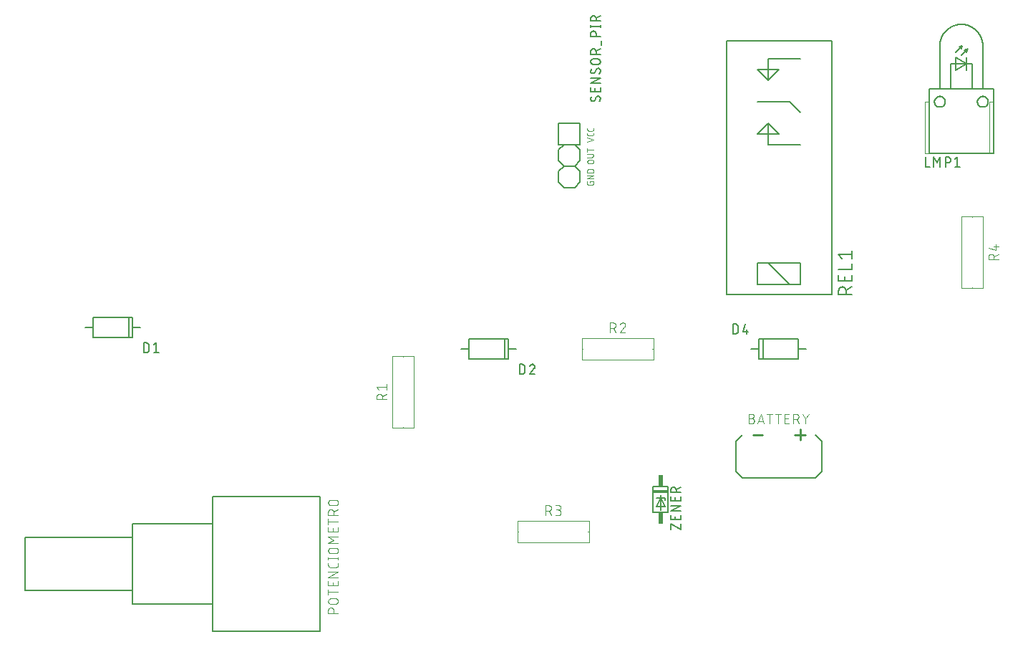
<source format=gbr>
G04 EAGLE Gerber RS-274X export*
G75*
%MOMM*%
%FSLAX34Y34*%
%LPD*%
%INSilkscreen Top*%
%IPPOS*%
%AMOC8*
5,1,8,0,0,1.08239X$1,22.5*%
G01*
%ADD10C,0.127000*%
%ADD11R,0.250000X2.350000*%
%ADD12C,0.152400*%
%ADD13C,0.050800*%
%ADD14C,0.177800*%
%ADD15C,0.120000*%
%ADD16C,0.101600*%
%ADD17R,1.778000X0.381000*%
%ADD18R,0.508000X1.397000*%
%ADD19C,0.254000*%


D10*
X218050Y521650D02*
X218050Y533400D01*
X218050Y545150D01*
X264550Y545150D01*
X264550Y533400D01*
X264550Y521650D01*
X218050Y521650D01*
X264550Y533400D02*
X273800Y533400D01*
X218050Y533400D02*
X208800Y533400D01*
D11*
X260050Y533400D03*
D10*
X277504Y515265D02*
X277504Y503835D01*
X277504Y515265D02*
X280679Y515265D01*
X280790Y515263D01*
X280900Y515257D01*
X281011Y515248D01*
X281121Y515234D01*
X281230Y515217D01*
X281339Y515196D01*
X281447Y515171D01*
X281554Y515142D01*
X281660Y515110D01*
X281765Y515074D01*
X281868Y515034D01*
X281970Y514991D01*
X282071Y514944D01*
X282170Y514893D01*
X282267Y514840D01*
X282361Y514783D01*
X282454Y514722D01*
X282545Y514659D01*
X282634Y514592D01*
X282720Y514522D01*
X282803Y514449D01*
X282885Y514374D01*
X282963Y514296D01*
X283038Y514214D01*
X283111Y514131D01*
X283181Y514045D01*
X283248Y513956D01*
X283311Y513865D01*
X283372Y513772D01*
X283429Y513678D01*
X283482Y513581D01*
X283533Y513482D01*
X283580Y513381D01*
X283623Y513279D01*
X283663Y513176D01*
X283699Y513071D01*
X283731Y512965D01*
X283760Y512858D01*
X283785Y512750D01*
X283806Y512641D01*
X283823Y512532D01*
X283837Y512422D01*
X283846Y512311D01*
X283852Y512201D01*
X283854Y512090D01*
X283854Y507010D01*
X283852Y506899D01*
X283846Y506789D01*
X283837Y506678D01*
X283823Y506568D01*
X283806Y506459D01*
X283785Y506350D01*
X283760Y506242D01*
X283731Y506135D01*
X283699Y506029D01*
X283663Y505924D01*
X283623Y505821D01*
X283580Y505719D01*
X283533Y505618D01*
X283482Y505519D01*
X283429Y505422D01*
X283372Y505328D01*
X283311Y505235D01*
X283248Y505144D01*
X283181Y505055D01*
X283111Y504969D01*
X283038Y504886D01*
X282963Y504804D01*
X282885Y504726D01*
X282803Y504651D01*
X282720Y504578D01*
X282634Y504508D01*
X282545Y504441D01*
X282454Y504378D01*
X282361Y504317D01*
X282267Y504260D01*
X282170Y504207D01*
X282071Y504156D01*
X281970Y504109D01*
X281868Y504066D01*
X281765Y504026D01*
X281660Y503990D01*
X281554Y503958D01*
X281447Y503929D01*
X281339Y503904D01*
X281230Y503883D01*
X281121Y503866D01*
X281011Y503852D01*
X280900Y503843D01*
X280790Y503837D01*
X280679Y503835D01*
X277504Y503835D01*
X289315Y512725D02*
X292490Y515265D01*
X292490Y503835D01*
X289315Y503835D02*
X295665Y503835D01*
X662550Y508000D02*
X662550Y496250D01*
X662550Y508000D02*
X662550Y519750D01*
X709050Y519750D01*
X709050Y508000D01*
X709050Y496250D01*
X662550Y496250D01*
X709050Y508000D02*
X718300Y508000D01*
X662550Y508000D02*
X653300Y508000D01*
D11*
X704550Y508000D03*
D10*
X722004Y489865D02*
X722004Y478435D01*
X722004Y489865D02*
X725179Y489865D01*
X725290Y489863D01*
X725400Y489857D01*
X725511Y489848D01*
X725621Y489834D01*
X725730Y489817D01*
X725839Y489796D01*
X725947Y489771D01*
X726054Y489742D01*
X726160Y489710D01*
X726265Y489674D01*
X726368Y489634D01*
X726470Y489591D01*
X726571Y489544D01*
X726670Y489493D01*
X726767Y489440D01*
X726861Y489383D01*
X726954Y489322D01*
X727045Y489259D01*
X727134Y489192D01*
X727220Y489122D01*
X727303Y489049D01*
X727385Y488974D01*
X727463Y488896D01*
X727538Y488814D01*
X727611Y488731D01*
X727681Y488645D01*
X727748Y488556D01*
X727811Y488465D01*
X727872Y488372D01*
X727929Y488278D01*
X727982Y488181D01*
X728033Y488082D01*
X728080Y487981D01*
X728123Y487879D01*
X728163Y487776D01*
X728199Y487671D01*
X728231Y487565D01*
X728260Y487458D01*
X728285Y487350D01*
X728306Y487241D01*
X728323Y487132D01*
X728337Y487022D01*
X728346Y486911D01*
X728352Y486801D01*
X728354Y486690D01*
X728354Y481610D01*
X728352Y481499D01*
X728346Y481389D01*
X728337Y481278D01*
X728323Y481168D01*
X728306Y481059D01*
X728285Y480950D01*
X728260Y480842D01*
X728231Y480735D01*
X728199Y480629D01*
X728163Y480524D01*
X728123Y480421D01*
X728080Y480319D01*
X728033Y480218D01*
X727982Y480119D01*
X727929Y480022D01*
X727872Y479928D01*
X727811Y479835D01*
X727748Y479744D01*
X727681Y479655D01*
X727611Y479569D01*
X727538Y479486D01*
X727463Y479404D01*
X727385Y479326D01*
X727303Y479251D01*
X727220Y479178D01*
X727134Y479108D01*
X727045Y479041D01*
X726954Y478978D01*
X726861Y478917D01*
X726767Y478860D01*
X726670Y478807D01*
X726571Y478756D01*
X726470Y478709D01*
X726368Y478666D01*
X726265Y478626D01*
X726160Y478590D01*
X726054Y478558D01*
X725947Y478529D01*
X725839Y478504D01*
X725730Y478483D01*
X725621Y478466D01*
X725511Y478452D01*
X725400Y478443D01*
X725290Y478437D01*
X725179Y478435D01*
X722004Y478435D01*
X737308Y489866D02*
X737412Y489864D01*
X737517Y489858D01*
X737621Y489849D01*
X737724Y489836D01*
X737827Y489818D01*
X737929Y489798D01*
X738031Y489773D01*
X738131Y489745D01*
X738231Y489713D01*
X738329Y489677D01*
X738426Y489638D01*
X738521Y489596D01*
X738615Y489550D01*
X738707Y489500D01*
X738797Y489448D01*
X738885Y489392D01*
X738971Y489332D01*
X739055Y489270D01*
X739136Y489205D01*
X739215Y489137D01*
X739292Y489065D01*
X739365Y488992D01*
X739437Y488915D01*
X739505Y488836D01*
X739570Y488755D01*
X739632Y488671D01*
X739692Y488585D01*
X739748Y488497D01*
X739800Y488407D01*
X739850Y488315D01*
X739896Y488221D01*
X739938Y488126D01*
X739977Y488029D01*
X740013Y487931D01*
X740045Y487831D01*
X740073Y487731D01*
X740098Y487629D01*
X740118Y487527D01*
X740136Y487424D01*
X740149Y487321D01*
X740158Y487217D01*
X740164Y487112D01*
X740166Y487008D01*
X737308Y489865D02*
X737190Y489863D01*
X737071Y489857D01*
X736953Y489848D01*
X736836Y489835D01*
X736719Y489817D01*
X736602Y489797D01*
X736486Y489772D01*
X736371Y489744D01*
X736258Y489711D01*
X736145Y489676D01*
X736033Y489636D01*
X735923Y489594D01*
X735814Y489547D01*
X735706Y489497D01*
X735601Y489444D01*
X735497Y489387D01*
X735395Y489327D01*
X735295Y489264D01*
X735197Y489197D01*
X735101Y489128D01*
X735008Y489055D01*
X734917Y488979D01*
X734828Y488901D01*
X734742Y488819D01*
X734659Y488735D01*
X734578Y488649D01*
X734501Y488559D01*
X734426Y488468D01*
X734354Y488374D01*
X734285Y488277D01*
X734220Y488179D01*
X734157Y488078D01*
X734098Y487975D01*
X734042Y487871D01*
X733990Y487765D01*
X733941Y487657D01*
X733896Y487548D01*
X733854Y487437D01*
X733816Y487325D01*
X739213Y484786D02*
X739289Y484861D01*
X739364Y484940D01*
X739435Y485021D01*
X739504Y485105D01*
X739569Y485191D01*
X739631Y485279D01*
X739691Y485369D01*
X739747Y485461D01*
X739800Y485556D01*
X739849Y485652D01*
X739895Y485750D01*
X739938Y485849D01*
X739977Y485950D01*
X740012Y486052D01*
X740044Y486155D01*
X740072Y486259D01*
X740097Y486364D01*
X740118Y486471D01*
X740135Y486577D01*
X740148Y486684D01*
X740157Y486792D01*
X740163Y486900D01*
X740165Y487008D01*
X739213Y484785D02*
X733815Y478435D01*
X740165Y478435D01*
X1051950Y508000D02*
X1051950Y519750D01*
X1051950Y508000D02*
X1051950Y496250D01*
X1005450Y496250D01*
X1005450Y508000D01*
X1005450Y519750D01*
X1051950Y519750D01*
X1005450Y508000D02*
X996200Y508000D01*
X1051950Y508000D02*
X1061200Y508000D01*
D11*
X1009950Y508000D03*
D10*
X974335Y526135D02*
X974335Y537565D01*
X977510Y537565D01*
X977621Y537563D01*
X977731Y537557D01*
X977842Y537548D01*
X977952Y537534D01*
X978061Y537517D01*
X978170Y537496D01*
X978278Y537471D01*
X978385Y537442D01*
X978491Y537410D01*
X978596Y537374D01*
X978699Y537334D01*
X978801Y537291D01*
X978902Y537244D01*
X979001Y537193D01*
X979098Y537140D01*
X979192Y537083D01*
X979285Y537022D01*
X979376Y536959D01*
X979465Y536892D01*
X979551Y536822D01*
X979634Y536749D01*
X979716Y536674D01*
X979794Y536596D01*
X979869Y536514D01*
X979942Y536431D01*
X980012Y536345D01*
X980079Y536256D01*
X980142Y536165D01*
X980203Y536072D01*
X980260Y535978D01*
X980313Y535881D01*
X980364Y535782D01*
X980411Y535681D01*
X980454Y535579D01*
X980494Y535476D01*
X980530Y535371D01*
X980562Y535265D01*
X980591Y535158D01*
X980616Y535050D01*
X980637Y534941D01*
X980654Y534832D01*
X980668Y534722D01*
X980677Y534611D01*
X980683Y534501D01*
X980685Y534390D01*
X980685Y529310D01*
X980683Y529199D01*
X980677Y529089D01*
X980668Y528978D01*
X980654Y528868D01*
X980637Y528759D01*
X980616Y528650D01*
X980591Y528542D01*
X980562Y528435D01*
X980530Y528329D01*
X980494Y528224D01*
X980454Y528121D01*
X980411Y528019D01*
X980364Y527918D01*
X980313Y527819D01*
X980260Y527723D01*
X980203Y527628D01*
X980142Y527535D01*
X980079Y527444D01*
X980012Y527355D01*
X979942Y527269D01*
X979869Y527186D01*
X979794Y527104D01*
X979716Y527026D01*
X979634Y526951D01*
X979551Y526878D01*
X979465Y526808D01*
X979376Y526741D01*
X979285Y526678D01*
X979192Y526617D01*
X979098Y526560D01*
X979001Y526507D01*
X978902Y526456D01*
X978801Y526409D01*
X978699Y526366D01*
X978596Y526326D01*
X978491Y526290D01*
X978385Y526258D01*
X978278Y526229D01*
X978170Y526204D01*
X978061Y526183D01*
X977952Y526166D01*
X977842Y526152D01*
X977731Y526143D01*
X977621Y526137D01*
X977510Y526135D01*
X974335Y526135D01*
X986146Y528675D02*
X988686Y537565D01*
X986146Y528675D02*
X992496Y528675D01*
X990591Y531215D02*
X990591Y526135D01*
D12*
X1231900Y844550D02*
X1250950Y844550D01*
X1238250Y852170D02*
X1238250Y836930D01*
X1250950Y844550D01*
X1257300Y844550D01*
X1250950Y844550D02*
X1238250Y852170D01*
X1238250Y858520D02*
X1245870Y866140D01*
X1252220Y862330D02*
X1244600Y854710D01*
X1244600Y862330D02*
X1242060Y864870D01*
X1244600Y862330D02*
X1245870Y866140D01*
X1242060Y864870D01*
X1248410Y861060D02*
X1252220Y862330D01*
X1248410Y861060D02*
X1250950Y858520D01*
X1252220Y862330D01*
X1249680Y861060D02*
X1250950Y859790D01*
X1244600Y863600D02*
X1243330Y864870D01*
X1250950Y852170D02*
X1250950Y836930D01*
X1219200Y815340D02*
X1219200Y866140D01*
X1219208Y866759D01*
X1219230Y867377D01*
X1219268Y867994D01*
X1219320Y868610D01*
X1219388Y869225D01*
X1219471Y869838D01*
X1219568Y870449D01*
X1219681Y871057D01*
X1219808Y871663D01*
X1219950Y872265D01*
X1220106Y872863D01*
X1220277Y873458D01*
X1220462Y874048D01*
X1220662Y874633D01*
X1220876Y875214D01*
X1221104Y875789D01*
X1221346Y876358D01*
X1221602Y876921D01*
X1221871Y877478D01*
X1222154Y878028D01*
X1222450Y878571D01*
X1222759Y879107D01*
X1223081Y879635D01*
X1223416Y880155D01*
X1223764Y880667D01*
X1224124Y881170D01*
X1224496Y881664D01*
X1224880Y882149D01*
X1225276Y882624D01*
X1225683Y883090D01*
X1226101Y883546D01*
X1226530Y883991D01*
X1226971Y884426D01*
X1227421Y884849D01*
X1227882Y885262D01*
X1228352Y885664D01*
X1228833Y886053D01*
X1229322Y886432D01*
X1229821Y886798D01*
X1230328Y887151D01*
X1230844Y887493D01*
X1231368Y887821D01*
X1231900Y888137D01*
X1232439Y888440D01*
X1232986Y888729D01*
X1233540Y889005D01*
X1234100Y889268D01*
X1234666Y889517D01*
X1235238Y889752D01*
X1235816Y889973D01*
X1236399Y890180D01*
X1236987Y890372D01*
X1237579Y890550D01*
X1238175Y890714D01*
X1238776Y890863D01*
X1239380Y890998D01*
X1239986Y891117D01*
X1240596Y891222D01*
X1241208Y891312D01*
X1241822Y891388D01*
X1242438Y891448D01*
X1243055Y891493D01*
X1243672Y891523D01*
X1244291Y891538D01*
X1244909Y891538D01*
X1245528Y891523D01*
X1246145Y891493D01*
X1246762Y891448D01*
X1247378Y891388D01*
X1247992Y891312D01*
X1248604Y891222D01*
X1249214Y891117D01*
X1249820Y890998D01*
X1250424Y890863D01*
X1251025Y890714D01*
X1251621Y890550D01*
X1252213Y890372D01*
X1252801Y890180D01*
X1253384Y889973D01*
X1253962Y889752D01*
X1254534Y889517D01*
X1255100Y889268D01*
X1255660Y889005D01*
X1256214Y888729D01*
X1256761Y888440D01*
X1257300Y888137D01*
X1257832Y887821D01*
X1258356Y887493D01*
X1258872Y887151D01*
X1259379Y886798D01*
X1259878Y886432D01*
X1260367Y886053D01*
X1260848Y885664D01*
X1261318Y885262D01*
X1261779Y884849D01*
X1262229Y884426D01*
X1262670Y883991D01*
X1263099Y883546D01*
X1263517Y883090D01*
X1263924Y882624D01*
X1264320Y882149D01*
X1264704Y881664D01*
X1265076Y881170D01*
X1265436Y880667D01*
X1265784Y880155D01*
X1266119Y879635D01*
X1266441Y879107D01*
X1266750Y878571D01*
X1267046Y878028D01*
X1267329Y877478D01*
X1267598Y876921D01*
X1267854Y876358D01*
X1268096Y875789D01*
X1268324Y875214D01*
X1268538Y874633D01*
X1268738Y874048D01*
X1268923Y873458D01*
X1269094Y872863D01*
X1269250Y872265D01*
X1269392Y871663D01*
X1269519Y871057D01*
X1269632Y870449D01*
X1269729Y869838D01*
X1269812Y869225D01*
X1269880Y868610D01*
X1269932Y867994D01*
X1269970Y867377D01*
X1269992Y866759D01*
X1270000Y866140D01*
X1270000Y815340D01*
X1219200Y815340D02*
X1206500Y815340D01*
X1282700Y815340D02*
X1282700Y800100D01*
X1206500Y800100D02*
X1206500Y815340D01*
X1270000Y815340D02*
X1282700Y815340D01*
X1257300Y815340D02*
X1257300Y844550D01*
X1231900Y844550D02*
X1231900Y815340D01*
X1206500Y739140D02*
X1277620Y739140D01*
X1231900Y815340D02*
X1219200Y815340D01*
X1231900Y815340D02*
X1257300Y815340D01*
X1270000Y815340D01*
D13*
X1277620Y800100D02*
X1282700Y800100D01*
D12*
X1282700Y739140D01*
D13*
X1277620Y739140D02*
X1277620Y800100D01*
D12*
X1277620Y739140D02*
X1282700Y739140D01*
D13*
X1206500Y800100D02*
X1201420Y800100D01*
D12*
X1206500Y800100D02*
X1206500Y739140D01*
D13*
X1201420Y739140D02*
X1201420Y800100D01*
X1201420Y739140D02*
X1206500Y739140D01*
D12*
X1263650Y800100D02*
X1263652Y800259D01*
X1263658Y800418D01*
X1263668Y800576D01*
X1263682Y800735D01*
X1263700Y800893D01*
X1263721Y801050D01*
X1263747Y801207D01*
X1263777Y801363D01*
X1263810Y801519D01*
X1263848Y801673D01*
X1263889Y801827D01*
X1263934Y801979D01*
X1263983Y802130D01*
X1264036Y802280D01*
X1264092Y802429D01*
X1264153Y802576D01*
X1264216Y802721D01*
X1264284Y802865D01*
X1264355Y803008D01*
X1264429Y803148D01*
X1264507Y803286D01*
X1264589Y803423D01*
X1264674Y803557D01*
X1264762Y803690D01*
X1264853Y803820D01*
X1264948Y803947D01*
X1265046Y804072D01*
X1265147Y804195D01*
X1265251Y804315D01*
X1265358Y804433D01*
X1265468Y804548D01*
X1265581Y804660D01*
X1265696Y804769D01*
X1265814Y804875D01*
X1265935Y804979D01*
X1266059Y805079D01*
X1266184Y805176D01*
X1266313Y805270D01*
X1266443Y805360D01*
X1266576Y805448D01*
X1266711Y805532D01*
X1266848Y805612D01*
X1266987Y805690D01*
X1267128Y805763D01*
X1267270Y805833D01*
X1267415Y805900D01*
X1267561Y805963D01*
X1267708Y806022D01*
X1267857Y806078D01*
X1268008Y806129D01*
X1268159Y806177D01*
X1268312Y806221D01*
X1268466Y806262D01*
X1268620Y806298D01*
X1268776Y806331D01*
X1268932Y806360D01*
X1269089Y806384D01*
X1269247Y806405D01*
X1269405Y806422D01*
X1269563Y806435D01*
X1269722Y806444D01*
X1269881Y806449D01*
X1270040Y806450D01*
X1270199Y806447D01*
X1270357Y806440D01*
X1270516Y806429D01*
X1270674Y806414D01*
X1270832Y806395D01*
X1270989Y806372D01*
X1271146Y806346D01*
X1271302Y806315D01*
X1271457Y806281D01*
X1271611Y806242D01*
X1271765Y806200D01*
X1271917Y806154D01*
X1272068Y806104D01*
X1272217Y806050D01*
X1272366Y805993D01*
X1272512Y805932D01*
X1272658Y805867D01*
X1272801Y805799D01*
X1272943Y805727D01*
X1273083Y805651D01*
X1273221Y805573D01*
X1273357Y805490D01*
X1273491Y805405D01*
X1273622Y805316D01*
X1273752Y805223D01*
X1273879Y805128D01*
X1274003Y805029D01*
X1274126Y804927D01*
X1274245Y804823D01*
X1274362Y804715D01*
X1274476Y804604D01*
X1274587Y804491D01*
X1274696Y804375D01*
X1274801Y804256D01*
X1274904Y804134D01*
X1275003Y804010D01*
X1275100Y803884D01*
X1275193Y803755D01*
X1275283Y803624D01*
X1275369Y803490D01*
X1275452Y803355D01*
X1275532Y803217D01*
X1275608Y803078D01*
X1275681Y802937D01*
X1275750Y802794D01*
X1275816Y802649D01*
X1275878Y802502D01*
X1275936Y802355D01*
X1275991Y802205D01*
X1276042Y802055D01*
X1276089Y801903D01*
X1276132Y801750D01*
X1276171Y801596D01*
X1276207Y801441D01*
X1276238Y801285D01*
X1276266Y801129D01*
X1276290Y800972D01*
X1276310Y800814D01*
X1276326Y800656D01*
X1276338Y800497D01*
X1276346Y800338D01*
X1276350Y800179D01*
X1276350Y800021D01*
X1276346Y799862D01*
X1276338Y799703D01*
X1276326Y799544D01*
X1276310Y799386D01*
X1276290Y799228D01*
X1276266Y799071D01*
X1276238Y798915D01*
X1276207Y798759D01*
X1276171Y798604D01*
X1276132Y798450D01*
X1276089Y798297D01*
X1276042Y798145D01*
X1275991Y797995D01*
X1275936Y797845D01*
X1275878Y797698D01*
X1275816Y797551D01*
X1275750Y797406D01*
X1275681Y797263D01*
X1275608Y797122D01*
X1275532Y796983D01*
X1275452Y796845D01*
X1275369Y796710D01*
X1275283Y796576D01*
X1275193Y796445D01*
X1275100Y796316D01*
X1275003Y796190D01*
X1274904Y796066D01*
X1274801Y795944D01*
X1274696Y795825D01*
X1274587Y795709D01*
X1274476Y795596D01*
X1274362Y795485D01*
X1274245Y795377D01*
X1274126Y795273D01*
X1274003Y795171D01*
X1273879Y795072D01*
X1273752Y794977D01*
X1273622Y794884D01*
X1273491Y794795D01*
X1273357Y794710D01*
X1273221Y794627D01*
X1273083Y794549D01*
X1272943Y794473D01*
X1272801Y794401D01*
X1272658Y794333D01*
X1272512Y794268D01*
X1272366Y794207D01*
X1272217Y794150D01*
X1272068Y794096D01*
X1271917Y794046D01*
X1271765Y794000D01*
X1271611Y793958D01*
X1271457Y793919D01*
X1271302Y793885D01*
X1271146Y793854D01*
X1270989Y793828D01*
X1270832Y793805D01*
X1270674Y793786D01*
X1270516Y793771D01*
X1270357Y793760D01*
X1270199Y793753D01*
X1270040Y793750D01*
X1269881Y793751D01*
X1269722Y793756D01*
X1269563Y793765D01*
X1269405Y793778D01*
X1269247Y793795D01*
X1269089Y793816D01*
X1268932Y793840D01*
X1268776Y793869D01*
X1268620Y793902D01*
X1268466Y793938D01*
X1268312Y793979D01*
X1268159Y794023D01*
X1268008Y794071D01*
X1267857Y794122D01*
X1267708Y794178D01*
X1267561Y794237D01*
X1267415Y794300D01*
X1267270Y794367D01*
X1267128Y794437D01*
X1266987Y794510D01*
X1266848Y794588D01*
X1266711Y794668D01*
X1266576Y794752D01*
X1266443Y794840D01*
X1266313Y794930D01*
X1266184Y795024D01*
X1266059Y795121D01*
X1265935Y795221D01*
X1265814Y795325D01*
X1265696Y795431D01*
X1265581Y795540D01*
X1265468Y795652D01*
X1265358Y795767D01*
X1265251Y795885D01*
X1265147Y796005D01*
X1265046Y796128D01*
X1264948Y796253D01*
X1264853Y796380D01*
X1264762Y796510D01*
X1264674Y796643D01*
X1264589Y796777D01*
X1264507Y796914D01*
X1264429Y797052D01*
X1264355Y797192D01*
X1264284Y797335D01*
X1264216Y797479D01*
X1264153Y797624D01*
X1264092Y797771D01*
X1264036Y797920D01*
X1263983Y798070D01*
X1263934Y798221D01*
X1263889Y798373D01*
X1263848Y798527D01*
X1263810Y798681D01*
X1263777Y798837D01*
X1263747Y798993D01*
X1263721Y799150D01*
X1263700Y799307D01*
X1263682Y799465D01*
X1263668Y799624D01*
X1263658Y799782D01*
X1263652Y799941D01*
X1263650Y800100D01*
X1212850Y800100D02*
X1212852Y800259D01*
X1212858Y800418D01*
X1212868Y800576D01*
X1212882Y800735D01*
X1212900Y800893D01*
X1212921Y801050D01*
X1212947Y801207D01*
X1212977Y801363D01*
X1213010Y801519D01*
X1213048Y801673D01*
X1213089Y801827D01*
X1213134Y801979D01*
X1213183Y802130D01*
X1213236Y802280D01*
X1213292Y802429D01*
X1213353Y802576D01*
X1213416Y802721D01*
X1213484Y802865D01*
X1213555Y803008D01*
X1213629Y803148D01*
X1213707Y803286D01*
X1213789Y803423D01*
X1213874Y803557D01*
X1213962Y803690D01*
X1214053Y803820D01*
X1214148Y803947D01*
X1214246Y804072D01*
X1214347Y804195D01*
X1214451Y804315D01*
X1214558Y804433D01*
X1214668Y804548D01*
X1214781Y804660D01*
X1214896Y804769D01*
X1215014Y804875D01*
X1215135Y804979D01*
X1215259Y805079D01*
X1215384Y805176D01*
X1215513Y805270D01*
X1215643Y805360D01*
X1215776Y805448D01*
X1215911Y805532D01*
X1216048Y805612D01*
X1216187Y805690D01*
X1216328Y805763D01*
X1216470Y805833D01*
X1216615Y805900D01*
X1216761Y805963D01*
X1216908Y806022D01*
X1217057Y806078D01*
X1217208Y806129D01*
X1217359Y806177D01*
X1217512Y806221D01*
X1217666Y806262D01*
X1217820Y806298D01*
X1217976Y806331D01*
X1218132Y806360D01*
X1218289Y806384D01*
X1218447Y806405D01*
X1218605Y806422D01*
X1218763Y806435D01*
X1218922Y806444D01*
X1219081Y806449D01*
X1219240Y806450D01*
X1219399Y806447D01*
X1219557Y806440D01*
X1219716Y806429D01*
X1219874Y806414D01*
X1220032Y806395D01*
X1220189Y806372D01*
X1220346Y806346D01*
X1220502Y806315D01*
X1220657Y806281D01*
X1220811Y806242D01*
X1220965Y806200D01*
X1221117Y806154D01*
X1221268Y806104D01*
X1221417Y806050D01*
X1221566Y805993D01*
X1221712Y805932D01*
X1221858Y805867D01*
X1222001Y805799D01*
X1222143Y805727D01*
X1222283Y805651D01*
X1222421Y805573D01*
X1222557Y805490D01*
X1222691Y805405D01*
X1222822Y805316D01*
X1222952Y805223D01*
X1223079Y805128D01*
X1223203Y805029D01*
X1223326Y804927D01*
X1223445Y804823D01*
X1223562Y804715D01*
X1223676Y804604D01*
X1223787Y804491D01*
X1223896Y804375D01*
X1224001Y804256D01*
X1224104Y804134D01*
X1224203Y804010D01*
X1224300Y803884D01*
X1224393Y803755D01*
X1224483Y803624D01*
X1224569Y803490D01*
X1224652Y803355D01*
X1224732Y803217D01*
X1224808Y803078D01*
X1224881Y802937D01*
X1224950Y802794D01*
X1225016Y802649D01*
X1225078Y802502D01*
X1225136Y802355D01*
X1225191Y802205D01*
X1225242Y802055D01*
X1225289Y801903D01*
X1225332Y801750D01*
X1225371Y801596D01*
X1225407Y801441D01*
X1225438Y801285D01*
X1225466Y801129D01*
X1225490Y800972D01*
X1225510Y800814D01*
X1225526Y800656D01*
X1225538Y800497D01*
X1225546Y800338D01*
X1225550Y800179D01*
X1225550Y800021D01*
X1225546Y799862D01*
X1225538Y799703D01*
X1225526Y799544D01*
X1225510Y799386D01*
X1225490Y799228D01*
X1225466Y799071D01*
X1225438Y798915D01*
X1225407Y798759D01*
X1225371Y798604D01*
X1225332Y798450D01*
X1225289Y798297D01*
X1225242Y798145D01*
X1225191Y797995D01*
X1225136Y797845D01*
X1225078Y797698D01*
X1225016Y797551D01*
X1224950Y797406D01*
X1224881Y797263D01*
X1224808Y797122D01*
X1224732Y796983D01*
X1224652Y796845D01*
X1224569Y796710D01*
X1224483Y796576D01*
X1224393Y796445D01*
X1224300Y796316D01*
X1224203Y796190D01*
X1224104Y796066D01*
X1224001Y795944D01*
X1223896Y795825D01*
X1223787Y795709D01*
X1223676Y795596D01*
X1223562Y795485D01*
X1223445Y795377D01*
X1223326Y795273D01*
X1223203Y795171D01*
X1223079Y795072D01*
X1222952Y794977D01*
X1222822Y794884D01*
X1222691Y794795D01*
X1222557Y794710D01*
X1222421Y794627D01*
X1222283Y794549D01*
X1222143Y794473D01*
X1222001Y794401D01*
X1221858Y794333D01*
X1221712Y794268D01*
X1221566Y794207D01*
X1221417Y794150D01*
X1221268Y794096D01*
X1221117Y794046D01*
X1220965Y794000D01*
X1220811Y793958D01*
X1220657Y793919D01*
X1220502Y793885D01*
X1220346Y793854D01*
X1220189Y793828D01*
X1220032Y793805D01*
X1219874Y793786D01*
X1219716Y793771D01*
X1219557Y793760D01*
X1219399Y793753D01*
X1219240Y793750D01*
X1219081Y793751D01*
X1218922Y793756D01*
X1218763Y793765D01*
X1218605Y793778D01*
X1218447Y793795D01*
X1218289Y793816D01*
X1218132Y793840D01*
X1217976Y793869D01*
X1217820Y793902D01*
X1217666Y793938D01*
X1217512Y793979D01*
X1217359Y794023D01*
X1217208Y794071D01*
X1217057Y794122D01*
X1216908Y794178D01*
X1216761Y794237D01*
X1216615Y794300D01*
X1216470Y794367D01*
X1216328Y794437D01*
X1216187Y794510D01*
X1216048Y794588D01*
X1215911Y794668D01*
X1215776Y794752D01*
X1215643Y794840D01*
X1215513Y794930D01*
X1215384Y795024D01*
X1215259Y795121D01*
X1215135Y795221D01*
X1215014Y795325D01*
X1214896Y795431D01*
X1214781Y795540D01*
X1214668Y795652D01*
X1214558Y795767D01*
X1214451Y795885D01*
X1214347Y796005D01*
X1214246Y796128D01*
X1214148Y796253D01*
X1214053Y796380D01*
X1213962Y796510D01*
X1213874Y796643D01*
X1213789Y796777D01*
X1213707Y796914D01*
X1213629Y797052D01*
X1213555Y797192D01*
X1213484Y797335D01*
X1213416Y797479D01*
X1213353Y797624D01*
X1213292Y797771D01*
X1213236Y797920D01*
X1213183Y798070D01*
X1213134Y798221D01*
X1213089Y798373D01*
X1213048Y798527D01*
X1213010Y798681D01*
X1212977Y798837D01*
X1212947Y798993D01*
X1212921Y799150D01*
X1212900Y799307D01*
X1212882Y799465D01*
X1212868Y799624D01*
X1212858Y799782D01*
X1212852Y799941D01*
X1212850Y800100D01*
D10*
X1202055Y734695D02*
X1202055Y723265D01*
X1207135Y723265D01*
X1212063Y723265D02*
X1212063Y734695D01*
X1215873Y728345D01*
X1219683Y734695D01*
X1219683Y723265D01*
X1225842Y723265D02*
X1225842Y734695D01*
X1229017Y734695D01*
X1229128Y734693D01*
X1229238Y734687D01*
X1229349Y734678D01*
X1229459Y734664D01*
X1229568Y734647D01*
X1229677Y734626D01*
X1229785Y734601D01*
X1229892Y734572D01*
X1229998Y734540D01*
X1230103Y734504D01*
X1230206Y734464D01*
X1230308Y734421D01*
X1230409Y734374D01*
X1230508Y734323D01*
X1230605Y734270D01*
X1230699Y734213D01*
X1230792Y734152D01*
X1230883Y734089D01*
X1230972Y734022D01*
X1231058Y733952D01*
X1231141Y733879D01*
X1231223Y733804D01*
X1231301Y733726D01*
X1231376Y733644D01*
X1231449Y733561D01*
X1231519Y733475D01*
X1231586Y733386D01*
X1231649Y733295D01*
X1231710Y733202D01*
X1231767Y733107D01*
X1231820Y733011D01*
X1231871Y732912D01*
X1231918Y732811D01*
X1231961Y732709D01*
X1232001Y732606D01*
X1232037Y732501D01*
X1232069Y732395D01*
X1232098Y732288D01*
X1232123Y732180D01*
X1232144Y732071D01*
X1232161Y731962D01*
X1232175Y731852D01*
X1232184Y731741D01*
X1232190Y731631D01*
X1232192Y731520D01*
X1232190Y731409D01*
X1232184Y731299D01*
X1232175Y731188D01*
X1232161Y731078D01*
X1232144Y730969D01*
X1232123Y730860D01*
X1232098Y730752D01*
X1232069Y730645D01*
X1232037Y730539D01*
X1232001Y730434D01*
X1231961Y730331D01*
X1231918Y730229D01*
X1231871Y730128D01*
X1231820Y730029D01*
X1231767Y729933D01*
X1231710Y729838D01*
X1231649Y729745D01*
X1231586Y729654D01*
X1231519Y729565D01*
X1231449Y729479D01*
X1231376Y729396D01*
X1231301Y729314D01*
X1231223Y729236D01*
X1231141Y729161D01*
X1231058Y729088D01*
X1230972Y729018D01*
X1230883Y728951D01*
X1230792Y728888D01*
X1230699Y728827D01*
X1230605Y728770D01*
X1230508Y728717D01*
X1230409Y728666D01*
X1230308Y728619D01*
X1230206Y728576D01*
X1230103Y728536D01*
X1229998Y728500D01*
X1229892Y728468D01*
X1229785Y728439D01*
X1229677Y728414D01*
X1229568Y728393D01*
X1229459Y728376D01*
X1229349Y728362D01*
X1229238Y728353D01*
X1229128Y728347D01*
X1229017Y728345D01*
X1225842Y728345D01*
X1236701Y732155D02*
X1239876Y734695D01*
X1239876Y723265D01*
X1236701Y723265D02*
X1243051Y723265D01*
D12*
X1091692Y572008D02*
X966724Y572008D01*
X966724Y871982D01*
X1091692Y871982D01*
X1091692Y572008D01*
X1003300Y584200D02*
X1003300Y609600D01*
X1016000Y609600D01*
X1054100Y609600D02*
X1054100Y584200D01*
X1041400Y584200D01*
X1054100Y749300D02*
X1016000Y749300D01*
X1016000Y774700D01*
X1016000Y850900D02*
X1054100Y850900D01*
X1016000Y850900D02*
X1016000Y825500D01*
X1003300Y800100D02*
X1041400Y800100D01*
X1054100Y787400D01*
X1016000Y774700D02*
X1003300Y762000D01*
X1028700Y762000D01*
X1016000Y774700D01*
X1016000Y825500D02*
X1003300Y838200D01*
X1028700Y838200D01*
X1016000Y825500D01*
X1016000Y609600D02*
X1041400Y584200D01*
X1003300Y584200D01*
X1016000Y609600D02*
X1054100Y609600D01*
D14*
X1099439Y572389D02*
X1115441Y572389D01*
X1099439Y572389D02*
X1099439Y576834D01*
X1099441Y576966D01*
X1099447Y577097D01*
X1099457Y577229D01*
X1099470Y577360D01*
X1099488Y577490D01*
X1099509Y577620D01*
X1099534Y577750D01*
X1099563Y577878D01*
X1099596Y578006D01*
X1099633Y578132D01*
X1099673Y578258D01*
X1099717Y578382D01*
X1099765Y578505D01*
X1099816Y578626D01*
X1099871Y578746D01*
X1099929Y578864D01*
X1099991Y578980D01*
X1100057Y579094D01*
X1100125Y579207D01*
X1100197Y579317D01*
X1100272Y579425D01*
X1100351Y579531D01*
X1100432Y579635D01*
X1100517Y579736D01*
X1100604Y579834D01*
X1100695Y579930D01*
X1100788Y580023D01*
X1100884Y580114D01*
X1100982Y580201D01*
X1101083Y580286D01*
X1101187Y580367D01*
X1101293Y580446D01*
X1101401Y580521D01*
X1101511Y580593D01*
X1101624Y580661D01*
X1101738Y580727D01*
X1101854Y580789D01*
X1101972Y580847D01*
X1102092Y580902D01*
X1102213Y580953D01*
X1102336Y581001D01*
X1102460Y581045D01*
X1102586Y581085D01*
X1102712Y581122D01*
X1102840Y581155D01*
X1102968Y581184D01*
X1103098Y581209D01*
X1103228Y581230D01*
X1103358Y581248D01*
X1103489Y581261D01*
X1103621Y581271D01*
X1103752Y581277D01*
X1103884Y581279D01*
X1104016Y581277D01*
X1104147Y581271D01*
X1104279Y581261D01*
X1104410Y581248D01*
X1104540Y581230D01*
X1104670Y581209D01*
X1104800Y581184D01*
X1104928Y581155D01*
X1105056Y581122D01*
X1105182Y581085D01*
X1105308Y581045D01*
X1105432Y581001D01*
X1105555Y580953D01*
X1105676Y580902D01*
X1105796Y580847D01*
X1105914Y580789D01*
X1106030Y580727D01*
X1106144Y580661D01*
X1106257Y580593D01*
X1106367Y580521D01*
X1106475Y580446D01*
X1106581Y580367D01*
X1106685Y580286D01*
X1106786Y580201D01*
X1106884Y580114D01*
X1106980Y580023D01*
X1107073Y579930D01*
X1107164Y579834D01*
X1107251Y579736D01*
X1107336Y579635D01*
X1107417Y579531D01*
X1107496Y579425D01*
X1107571Y579317D01*
X1107643Y579207D01*
X1107711Y579094D01*
X1107777Y578980D01*
X1107839Y578864D01*
X1107897Y578746D01*
X1107952Y578626D01*
X1108003Y578505D01*
X1108051Y578382D01*
X1108095Y578258D01*
X1108135Y578132D01*
X1108172Y578006D01*
X1108205Y577878D01*
X1108234Y577750D01*
X1108259Y577620D01*
X1108280Y577490D01*
X1108298Y577360D01*
X1108311Y577229D01*
X1108321Y577097D01*
X1108327Y576966D01*
X1108329Y576834D01*
X1108329Y572389D01*
X1108329Y577723D02*
X1115441Y581279D01*
X1115441Y588473D02*
X1115441Y595585D01*
X1115441Y588473D02*
X1099439Y588473D01*
X1099439Y595585D01*
X1106551Y593807D02*
X1106551Y588473D01*
X1099439Y602020D02*
X1115441Y602020D01*
X1115441Y609132D01*
X1102995Y615014D02*
X1099439Y619459D01*
X1115441Y619459D01*
X1115441Y615014D02*
X1115441Y623904D01*
D12*
X793750Y717550D02*
X787400Y723900D01*
X793750Y717550D02*
X793750Y704850D01*
X787400Y698500D01*
X774700Y698500D01*
X768350Y704850D01*
X768350Y717550D01*
X774700Y723900D01*
X793750Y749300D02*
X793750Y774700D01*
X793750Y749300D02*
X787400Y749300D01*
X774700Y749300D01*
X768350Y749300D01*
X787400Y749300D02*
X793750Y742950D01*
X793750Y730250D01*
X787400Y723900D01*
X774700Y723900D01*
X768350Y730250D01*
X768350Y742950D01*
X774700Y749300D01*
X768350Y774700D02*
X793750Y774700D01*
X768350Y774700D02*
X768350Y749300D01*
D13*
X802259Y752729D02*
X809371Y755100D01*
X802259Y757470D01*
X809371Y761544D02*
X809371Y763125D01*
X809371Y761544D02*
X809369Y761466D01*
X809363Y761389D01*
X809354Y761312D01*
X809341Y761236D01*
X809324Y761160D01*
X809303Y761085D01*
X809279Y761012D01*
X809251Y760939D01*
X809219Y760868D01*
X809184Y760799D01*
X809146Y760732D01*
X809105Y760666D01*
X809060Y760603D01*
X809012Y760542D01*
X808962Y760483D01*
X808908Y760427D01*
X808852Y760373D01*
X808793Y760323D01*
X808732Y760275D01*
X808669Y760230D01*
X808603Y760189D01*
X808536Y760151D01*
X808467Y760116D01*
X808396Y760084D01*
X808323Y760056D01*
X808250Y760032D01*
X808175Y760011D01*
X808099Y759994D01*
X808023Y759981D01*
X807946Y759972D01*
X807869Y759966D01*
X807791Y759964D01*
X803839Y759964D01*
X803839Y759963D02*
X803761Y759965D01*
X803684Y759971D01*
X803607Y759980D01*
X803531Y759993D01*
X803455Y760010D01*
X803380Y760031D01*
X803306Y760055D01*
X803234Y760083D01*
X803163Y760115D01*
X803094Y760150D01*
X803026Y760188D01*
X802961Y760229D01*
X802897Y760274D01*
X802836Y760322D01*
X802777Y760373D01*
X802721Y760426D01*
X802668Y760482D01*
X802617Y760541D01*
X802569Y760602D01*
X802524Y760666D01*
X802483Y760731D01*
X802445Y760799D01*
X802410Y760868D01*
X802378Y760939D01*
X802350Y761011D01*
X802326Y761085D01*
X802305Y761160D01*
X802288Y761236D01*
X802275Y761312D01*
X802266Y761389D01*
X802260Y761466D01*
X802258Y761544D01*
X802259Y761544D02*
X802259Y763125D01*
X809371Y767259D02*
X809371Y768840D01*
X809371Y767259D02*
X809369Y767181D01*
X809363Y767104D01*
X809354Y767027D01*
X809341Y766951D01*
X809324Y766875D01*
X809303Y766800D01*
X809279Y766727D01*
X809251Y766654D01*
X809219Y766583D01*
X809184Y766514D01*
X809146Y766447D01*
X809105Y766381D01*
X809060Y766318D01*
X809012Y766257D01*
X808962Y766198D01*
X808908Y766142D01*
X808852Y766088D01*
X808793Y766038D01*
X808732Y765990D01*
X808669Y765945D01*
X808603Y765904D01*
X808536Y765866D01*
X808467Y765831D01*
X808396Y765799D01*
X808323Y765771D01*
X808250Y765747D01*
X808175Y765726D01*
X808099Y765709D01*
X808023Y765696D01*
X807946Y765687D01*
X807869Y765681D01*
X807791Y765679D01*
X803839Y765679D01*
X803839Y765678D02*
X803761Y765680D01*
X803684Y765686D01*
X803607Y765695D01*
X803531Y765708D01*
X803455Y765725D01*
X803380Y765746D01*
X803306Y765770D01*
X803234Y765798D01*
X803163Y765830D01*
X803094Y765865D01*
X803026Y765903D01*
X802961Y765944D01*
X802897Y765989D01*
X802836Y766037D01*
X802777Y766088D01*
X802721Y766141D01*
X802668Y766197D01*
X802617Y766256D01*
X802569Y766317D01*
X802524Y766381D01*
X802483Y766446D01*
X802445Y766514D01*
X802410Y766583D01*
X802378Y766654D01*
X802350Y766726D01*
X802326Y766800D01*
X802305Y766875D01*
X802288Y766951D01*
X802275Y767027D01*
X802266Y767104D01*
X802260Y767181D01*
X802258Y767259D01*
X802259Y767259D02*
X802259Y768840D01*
X804235Y727329D02*
X807395Y727329D01*
X804235Y727329D02*
X804148Y727331D01*
X804060Y727337D01*
X803973Y727346D01*
X803887Y727360D01*
X803801Y727377D01*
X803717Y727398D01*
X803633Y727423D01*
X803550Y727452D01*
X803469Y727484D01*
X803389Y727519D01*
X803311Y727558D01*
X803234Y727601D01*
X803160Y727647D01*
X803088Y727696D01*
X803018Y727748D01*
X802950Y727804D01*
X802885Y727862D01*
X802822Y727923D01*
X802763Y727987D01*
X802706Y728054D01*
X802652Y728122D01*
X802601Y728194D01*
X802554Y728267D01*
X802509Y728342D01*
X802468Y728420D01*
X802431Y728499D01*
X802397Y728579D01*
X802367Y728661D01*
X802340Y728744D01*
X802317Y728829D01*
X802298Y728914D01*
X802283Y729000D01*
X802271Y729087D01*
X802263Y729174D01*
X802259Y729261D01*
X802259Y729349D01*
X802263Y729436D01*
X802271Y729523D01*
X802283Y729610D01*
X802298Y729696D01*
X802317Y729781D01*
X802340Y729866D01*
X802367Y729949D01*
X802397Y730031D01*
X802431Y730111D01*
X802468Y730190D01*
X802509Y730268D01*
X802554Y730343D01*
X802601Y730416D01*
X802652Y730488D01*
X802706Y730556D01*
X802763Y730623D01*
X802822Y730687D01*
X802885Y730748D01*
X802950Y730806D01*
X803018Y730862D01*
X803088Y730914D01*
X803160Y730963D01*
X803234Y731009D01*
X803311Y731052D01*
X803389Y731091D01*
X803469Y731126D01*
X803550Y731158D01*
X803633Y731187D01*
X803717Y731212D01*
X803801Y731233D01*
X803887Y731250D01*
X803973Y731264D01*
X804060Y731273D01*
X804148Y731279D01*
X804235Y731281D01*
X804235Y731280D02*
X807395Y731280D01*
X807395Y731281D02*
X807482Y731279D01*
X807570Y731273D01*
X807657Y731264D01*
X807743Y731250D01*
X807829Y731233D01*
X807913Y731212D01*
X807997Y731187D01*
X808080Y731158D01*
X808161Y731126D01*
X808241Y731091D01*
X808319Y731052D01*
X808396Y731009D01*
X808470Y730963D01*
X808542Y730914D01*
X808612Y730862D01*
X808680Y730806D01*
X808745Y730748D01*
X808808Y730687D01*
X808867Y730623D01*
X808924Y730556D01*
X808978Y730488D01*
X809029Y730416D01*
X809076Y730343D01*
X809121Y730268D01*
X809162Y730190D01*
X809199Y730111D01*
X809233Y730031D01*
X809263Y729949D01*
X809290Y729866D01*
X809313Y729781D01*
X809332Y729696D01*
X809347Y729610D01*
X809359Y729523D01*
X809367Y729436D01*
X809371Y729349D01*
X809371Y729261D01*
X809367Y729174D01*
X809359Y729087D01*
X809347Y729000D01*
X809332Y728914D01*
X809313Y728829D01*
X809290Y728744D01*
X809263Y728661D01*
X809233Y728579D01*
X809199Y728499D01*
X809162Y728420D01*
X809121Y728342D01*
X809076Y728267D01*
X809029Y728194D01*
X808978Y728122D01*
X808924Y728054D01*
X808867Y727987D01*
X808808Y727923D01*
X808745Y727862D01*
X808680Y727804D01*
X808612Y727748D01*
X808542Y727696D01*
X808470Y727647D01*
X808396Y727601D01*
X808319Y727558D01*
X808241Y727519D01*
X808161Y727484D01*
X808080Y727452D01*
X807997Y727423D01*
X807913Y727398D01*
X807829Y727377D01*
X807743Y727360D01*
X807657Y727346D01*
X807570Y727337D01*
X807482Y727331D01*
X807395Y727329D01*
X807395Y734416D02*
X802259Y734416D01*
X807395Y734415D02*
X807482Y734417D01*
X807570Y734423D01*
X807657Y734432D01*
X807743Y734446D01*
X807829Y734463D01*
X807913Y734484D01*
X807997Y734509D01*
X808080Y734538D01*
X808161Y734570D01*
X808241Y734605D01*
X808319Y734644D01*
X808396Y734687D01*
X808470Y734733D01*
X808542Y734782D01*
X808612Y734834D01*
X808680Y734890D01*
X808745Y734948D01*
X808808Y735009D01*
X808867Y735073D01*
X808924Y735140D01*
X808978Y735208D01*
X809029Y735280D01*
X809076Y735353D01*
X809121Y735428D01*
X809162Y735506D01*
X809199Y735585D01*
X809233Y735665D01*
X809263Y735747D01*
X809290Y735830D01*
X809313Y735915D01*
X809332Y736000D01*
X809347Y736086D01*
X809359Y736173D01*
X809367Y736260D01*
X809371Y736347D01*
X809371Y736435D01*
X809367Y736522D01*
X809359Y736609D01*
X809347Y736696D01*
X809332Y736782D01*
X809313Y736867D01*
X809290Y736952D01*
X809263Y737035D01*
X809233Y737117D01*
X809199Y737197D01*
X809162Y737276D01*
X809121Y737354D01*
X809076Y737429D01*
X809029Y737502D01*
X808978Y737574D01*
X808924Y737642D01*
X808867Y737709D01*
X808808Y737773D01*
X808745Y737834D01*
X808680Y737892D01*
X808612Y737948D01*
X808542Y738000D01*
X808470Y738049D01*
X808396Y738095D01*
X808319Y738138D01*
X808241Y738177D01*
X808161Y738212D01*
X808080Y738244D01*
X807997Y738273D01*
X807913Y738298D01*
X807829Y738319D01*
X807743Y738336D01*
X807657Y738350D01*
X807570Y738359D01*
X807482Y738365D01*
X807395Y738367D01*
X802259Y738367D01*
X802259Y743020D02*
X809371Y743020D01*
X802259Y741045D02*
X802259Y744996D01*
X805420Y705880D02*
X805420Y704695D01*
X805420Y705880D02*
X809371Y705880D01*
X809371Y703509D01*
X809369Y703431D01*
X809363Y703354D01*
X809354Y703277D01*
X809341Y703201D01*
X809324Y703125D01*
X809303Y703050D01*
X809279Y702977D01*
X809251Y702904D01*
X809219Y702833D01*
X809184Y702764D01*
X809146Y702697D01*
X809105Y702631D01*
X809060Y702568D01*
X809012Y702507D01*
X808962Y702448D01*
X808908Y702392D01*
X808852Y702338D01*
X808793Y702288D01*
X808732Y702240D01*
X808669Y702195D01*
X808603Y702154D01*
X808536Y702116D01*
X808467Y702081D01*
X808396Y702049D01*
X808323Y702021D01*
X808250Y701997D01*
X808175Y701976D01*
X808099Y701959D01*
X808023Y701946D01*
X807946Y701937D01*
X807869Y701931D01*
X807791Y701929D01*
X803839Y701929D01*
X803761Y701931D01*
X803684Y701937D01*
X803607Y701946D01*
X803531Y701959D01*
X803455Y701976D01*
X803380Y701997D01*
X803306Y702021D01*
X803234Y702049D01*
X803163Y702081D01*
X803094Y702116D01*
X803026Y702154D01*
X802961Y702195D01*
X802897Y702240D01*
X802836Y702288D01*
X802777Y702339D01*
X802721Y702392D01*
X802668Y702448D01*
X802617Y702507D01*
X802569Y702568D01*
X802524Y702632D01*
X802483Y702697D01*
X802445Y702765D01*
X802410Y702834D01*
X802378Y702905D01*
X802350Y702977D01*
X802326Y703051D01*
X802305Y703126D01*
X802288Y703202D01*
X802275Y703278D01*
X802266Y703355D01*
X802260Y703432D01*
X802258Y703510D01*
X802259Y703509D02*
X802259Y705880D01*
X802259Y709244D02*
X809371Y709244D01*
X809371Y713195D02*
X802259Y709244D01*
X802259Y713195D02*
X809371Y713195D01*
X809371Y716559D02*
X802259Y716559D01*
X802259Y718535D01*
X802261Y718621D01*
X802267Y718707D01*
X802276Y718793D01*
X802289Y718878D01*
X802306Y718963D01*
X802326Y719046D01*
X802350Y719129D01*
X802378Y719211D01*
X802409Y719291D01*
X802444Y719370D01*
X802482Y719447D01*
X802524Y719523D01*
X802568Y719597D01*
X802616Y719668D01*
X802667Y719738D01*
X802721Y719805D01*
X802778Y719870D01*
X802838Y719932D01*
X802900Y719992D01*
X802965Y720049D01*
X803032Y720103D01*
X803102Y720154D01*
X803173Y720202D01*
X803247Y720246D01*
X803323Y720288D01*
X803400Y720326D01*
X803479Y720361D01*
X803559Y720392D01*
X803641Y720420D01*
X803724Y720444D01*
X803807Y720464D01*
X803892Y720481D01*
X803977Y720494D01*
X804063Y720503D01*
X804149Y720509D01*
X804235Y720511D01*
X804235Y720510D02*
X807395Y720510D01*
X807395Y720511D02*
X807481Y720509D01*
X807567Y720503D01*
X807653Y720494D01*
X807738Y720481D01*
X807823Y720464D01*
X807906Y720444D01*
X807989Y720420D01*
X808071Y720392D01*
X808151Y720361D01*
X808230Y720326D01*
X808307Y720288D01*
X808383Y720246D01*
X808457Y720202D01*
X808528Y720154D01*
X808598Y720103D01*
X808665Y720049D01*
X808730Y719992D01*
X808792Y719932D01*
X808852Y719870D01*
X808909Y719805D01*
X808963Y719738D01*
X809014Y719668D01*
X809062Y719597D01*
X809106Y719523D01*
X809148Y719447D01*
X809186Y719370D01*
X809221Y719291D01*
X809252Y719211D01*
X809280Y719129D01*
X809304Y719046D01*
X809324Y718963D01*
X809341Y718878D01*
X809354Y718793D01*
X809363Y718707D01*
X809369Y718621D01*
X809371Y718535D01*
X809371Y716559D01*
D10*
X817753Y804335D02*
X817751Y804435D01*
X817745Y804534D01*
X817735Y804634D01*
X817722Y804732D01*
X817704Y804831D01*
X817683Y804928D01*
X817658Y805024D01*
X817629Y805120D01*
X817596Y805214D01*
X817560Y805307D01*
X817520Y805398D01*
X817476Y805488D01*
X817429Y805576D01*
X817379Y805662D01*
X817325Y805746D01*
X817268Y805828D01*
X817208Y805907D01*
X817144Y805985D01*
X817078Y806059D01*
X817009Y806131D01*
X816937Y806200D01*
X816863Y806266D01*
X816785Y806330D01*
X816706Y806390D01*
X816624Y806447D01*
X816540Y806501D01*
X816454Y806551D01*
X816366Y806598D01*
X816276Y806642D01*
X816185Y806682D01*
X816092Y806718D01*
X815998Y806751D01*
X815902Y806780D01*
X815806Y806805D01*
X815709Y806826D01*
X815610Y806844D01*
X815512Y806857D01*
X815412Y806867D01*
X815313Y806873D01*
X815213Y806875D01*
X817753Y804335D02*
X817751Y804194D01*
X817746Y804053D01*
X817736Y803912D01*
X817723Y803771D01*
X817707Y803631D01*
X817686Y803491D01*
X817662Y803352D01*
X817634Y803213D01*
X817603Y803076D01*
X817568Y802939D01*
X817530Y802803D01*
X817488Y802668D01*
X817442Y802535D01*
X817393Y802402D01*
X817340Y802271D01*
X817284Y802142D01*
X817225Y802013D01*
X817162Y801887D01*
X817096Y801762D01*
X817027Y801639D01*
X816954Y801518D01*
X816878Y801399D01*
X816799Y801281D01*
X816718Y801166D01*
X816633Y801054D01*
X816545Y800943D01*
X816454Y800835D01*
X816361Y800729D01*
X816264Y800626D01*
X816165Y800525D01*
X808863Y800843D02*
X808763Y800845D01*
X808664Y800851D01*
X808564Y800861D01*
X808466Y800874D01*
X808367Y800892D01*
X808270Y800913D01*
X808174Y800938D01*
X808078Y800967D01*
X807984Y801000D01*
X807891Y801036D01*
X807800Y801076D01*
X807710Y801120D01*
X807622Y801167D01*
X807536Y801217D01*
X807452Y801271D01*
X807370Y801328D01*
X807291Y801388D01*
X807213Y801452D01*
X807139Y801518D01*
X807067Y801587D01*
X806998Y801659D01*
X806932Y801733D01*
X806868Y801811D01*
X806808Y801890D01*
X806751Y801972D01*
X806697Y802056D01*
X806647Y802142D01*
X806600Y802230D01*
X806556Y802320D01*
X806516Y802411D01*
X806480Y802504D01*
X806447Y802598D01*
X806418Y802694D01*
X806393Y802790D01*
X806372Y802887D01*
X806354Y802986D01*
X806341Y803084D01*
X806331Y803184D01*
X806325Y803283D01*
X806323Y803383D01*
X806325Y803516D01*
X806330Y803649D01*
X806340Y803782D01*
X806353Y803915D01*
X806370Y804047D01*
X806390Y804179D01*
X806414Y804310D01*
X806442Y804440D01*
X806473Y804570D01*
X806508Y804698D01*
X806547Y804826D01*
X806589Y804952D01*
X806635Y805077D01*
X806684Y805201D01*
X806736Y805324D01*
X806792Y805445D01*
X806852Y805564D01*
X806914Y805682D01*
X806980Y805797D01*
X807049Y805911D01*
X807122Y806023D01*
X807197Y806133D01*
X807276Y806241D01*
X811086Y802112D02*
X811034Y802028D01*
X810979Y801945D01*
X810920Y801865D01*
X810859Y801787D01*
X810795Y801712D01*
X810727Y801639D01*
X810657Y801568D01*
X810585Y801501D01*
X810510Y801436D01*
X810432Y801374D01*
X810352Y801315D01*
X810270Y801259D01*
X810186Y801207D01*
X810100Y801158D01*
X810012Y801112D01*
X809922Y801069D01*
X809831Y801030D01*
X809738Y800995D01*
X809644Y800963D01*
X809549Y800935D01*
X809453Y800910D01*
X809356Y800890D01*
X809258Y800872D01*
X809160Y800859D01*
X809061Y800850D01*
X808962Y800844D01*
X808863Y800842D01*
X812990Y805606D02*
X813042Y805690D01*
X813097Y805773D01*
X813156Y805853D01*
X813217Y805931D01*
X813281Y806006D01*
X813349Y806079D01*
X813419Y806150D01*
X813491Y806217D01*
X813566Y806282D01*
X813644Y806344D01*
X813724Y806403D01*
X813806Y806459D01*
X813890Y806511D01*
X813976Y806560D01*
X814064Y806606D01*
X814154Y806649D01*
X814245Y806688D01*
X814338Y806723D01*
X814432Y806755D01*
X814527Y806783D01*
X814623Y806808D01*
X814720Y806828D01*
X814818Y806846D01*
X814916Y806859D01*
X815015Y806868D01*
X815114Y806874D01*
X815213Y806876D01*
X812991Y805605D02*
X811086Y802113D01*
X817753Y811981D02*
X817753Y817061D01*
X817753Y811981D02*
X806323Y811981D01*
X806323Y817061D01*
X811403Y815791D02*
X811403Y811981D01*
X806323Y821861D02*
X817753Y821861D01*
X817753Y828211D02*
X806323Y821861D01*
X806323Y828211D02*
X817753Y828211D01*
X817753Y837101D02*
X817751Y837201D01*
X817745Y837300D01*
X817735Y837400D01*
X817722Y837498D01*
X817704Y837597D01*
X817683Y837694D01*
X817658Y837790D01*
X817629Y837886D01*
X817596Y837980D01*
X817560Y838073D01*
X817520Y838164D01*
X817476Y838254D01*
X817429Y838342D01*
X817379Y838428D01*
X817325Y838512D01*
X817268Y838594D01*
X817208Y838673D01*
X817144Y838751D01*
X817078Y838825D01*
X817009Y838897D01*
X816937Y838966D01*
X816863Y839032D01*
X816785Y839096D01*
X816706Y839156D01*
X816624Y839213D01*
X816540Y839267D01*
X816454Y839317D01*
X816366Y839364D01*
X816276Y839408D01*
X816185Y839448D01*
X816092Y839484D01*
X815998Y839517D01*
X815902Y839546D01*
X815806Y839571D01*
X815709Y839592D01*
X815610Y839610D01*
X815512Y839623D01*
X815412Y839633D01*
X815313Y839639D01*
X815213Y839641D01*
X817753Y837101D02*
X817751Y836960D01*
X817746Y836819D01*
X817736Y836678D01*
X817723Y836537D01*
X817707Y836397D01*
X817686Y836257D01*
X817662Y836118D01*
X817634Y835979D01*
X817603Y835842D01*
X817568Y835705D01*
X817530Y835569D01*
X817488Y835434D01*
X817442Y835301D01*
X817393Y835168D01*
X817340Y835037D01*
X817284Y834908D01*
X817225Y834779D01*
X817162Y834653D01*
X817096Y834528D01*
X817027Y834405D01*
X816954Y834284D01*
X816878Y834165D01*
X816799Y834047D01*
X816718Y833932D01*
X816633Y833820D01*
X816545Y833709D01*
X816454Y833601D01*
X816361Y833495D01*
X816264Y833392D01*
X816165Y833291D01*
X808863Y833609D02*
X808763Y833611D01*
X808664Y833617D01*
X808564Y833627D01*
X808466Y833640D01*
X808367Y833658D01*
X808270Y833679D01*
X808174Y833704D01*
X808078Y833733D01*
X807984Y833766D01*
X807891Y833802D01*
X807800Y833842D01*
X807710Y833886D01*
X807622Y833933D01*
X807536Y833983D01*
X807452Y834037D01*
X807370Y834094D01*
X807291Y834154D01*
X807213Y834218D01*
X807139Y834284D01*
X807067Y834353D01*
X806998Y834425D01*
X806932Y834499D01*
X806868Y834577D01*
X806808Y834656D01*
X806751Y834738D01*
X806697Y834822D01*
X806647Y834908D01*
X806600Y834996D01*
X806556Y835086D01*
X806516Y835177D01*
X806480Y835270D01*
X806447Y835364D01*
X806418Y835460D01*
X806393Y835556D01*
X806372Y835653D01*
X806354Y835752D01*
X806341Y835850D01*
X806331Y835950D01*
X806325Y836049D01*
X806323Y836149D01*
X806325Y836282D01*
X806330Y836415D01*
X806340Y836548D01*
X806353Y836681D01*
X806370Y836813D01*
X806390Y836945D01*
X806414Y837076D01*
X806442Y837206D01*
X806473Y837336D01*
X806508Y837464D01*
X806547Y837592D01*
X806589Y837718D01*
X806635Y837843D01*
X806684Y837967D01*
X806736Y838090D01*
X806792Y838211D01*
X806852Y838330D01*
X806914Y838448D01*
X806980Y838563D01*
X807049Y838677D01*
X807122Y838789D01*
X807197Y838899D01*
X807276Y839007D01*
X811086Y834878D02*
X811034Y834794D01*
X810979Y834711D01*
X810920Y834631D01*
X810859Y834553D01*
X810795Y834478D01*
X810727Y834405D01*
X810657Y834334D01*
X810585Y834267D01*
X810510Y834202D01*
X810432Y834140D01*
X810352Y834081D01*
X810270Y834025D01*
X810186Y833973D01*
X810100Y833924D01*
X810012Y833878D01*
X809922Y833835D01*
X809831Y833796D01*
X809738Y833761D01*
X809644Y833729D01*
X809549Y833701D01*
X809453Y833676D01*
X809356Y833656D01*
X809258Y833638D01*
X809160Y833625D01*
X809061Y833616D01*
X808962Y833610D01*
X808863Y833608D01*
X812990Y838372D02*
X813042Y838456D01*
X813097Y838539D01*
X813156Y838619D01*
X813217Y838697D01*
X813281Y838772D01*
X813349Y838845D01*
X813419Y838916D01*
X813491Y838983D01*
X813566Y839048D01*
X813644Y839110D01*
X813724Y839169D01*
X813806Y839225D01*
X813890Y839277D01*
X813976Y839326D01*
X814064Y839372D01*
X814154Y839415D01*
X814245Y839454D01*
X814338Y839489D01*
X814432Y839521D01*
X814527Y839549D01*
X814623Y839574D01*
X814720Y839594D01*
X814818Y839612D01*
X814916Y839625D01*
X815015Y839634D01*
X815114Y839640D01*
X815213Y839642D01*
X812991Y838371D02*
X811086Y834879D01*
X809498Y844340D02*
X814578Y844340D01*
X809498Y844340D02*
X809387Y844342D01*
X809277Y844348D01*
X809166Y844357D01*
X809056Y844371D01*
X808947Y844388D01*
X808838Y844409D01*
X808730Y844434D01*
X808623Y844463D01*
X808517Y844495D01*
X808412Y844531D01*
X808309Y844571D01*
X808207Y844614D01*
X808106Y844661D01*
X808007Y844712D01*
X807911Y844765D01*
X807816Y844822D01*
X807723Y844883D01*
X807632Y844946D01*
X807543Y845013D01*
X807457Y845083D01*
X807374Y845156D01*
X807292Y845231D01*
X807214Y845309D01*
X807139Y845391D01*
X807066Y845474D01*
X806996Y845560D01*
X806929Y845649D01*
X806866Y845740D01*
X806805Y845833D01*
X806748Y845928D01*
X806695Y846024D01*
X806644Y846123D01*
X806597Y846224D01*
X806554Y846326D01*
X806514Y846429D01*
X806478Y846534D01*
X806446Y846640D01*
X806417Y846747D01*
X806392Y846855D01*
X806371Y846964D01*
X806354Y847073D01*
X806340Y847183D01*
X806331Y847294D01*
X806325Y847404D01*
X806323Y847515D01*
X806325Y847626D01*
X806331Y847736D01*
X806340Y847847D01*
X806354Y847957D01*
X806371Y848066D01*
X806392Y848175D01*
X806417Y848283D01*
X806446Y848390D01*
X806478Y848496D01*
X806514Y848601D01*
X806554Y848704D01*
X806597Y848806D01*
X806644Y848907D01*
X806695Y849006D01*
X806748Y849103D01*
X806805Y849197D01*
X806866Y849290D01*
X806929Y849381D01*
X806996Y849470D01*
X807066Y849556D01*
X807139Y849639D01*
X807214Y849721D01*
X807292Y849799D01*
X807374Y849874D01*
X807457Y849947D01*
X807543Y850017D01*
X807632Y850084D01*
X807723Y850147D01*
X807816Y850208D01*
X807911Y850265D01*
X808007Y850318D01*
X808106Y850369D01*
X808207Y850416D01*
X808309Y850459D01*
X808412Y850499D01*
X808517Y850535D01*
X808623Y850567D01*
X808730Y850596D01*
X808838Y850621D01*
X808947Y850642D01*
X809056Y850659D01*
X809166Y850673D01*
X809277Y850682D01*
X809387Y850688D01*
X809498Y850690D01*
X814578Y850690D01*
X814689Y850688D01*
X814799Y850682D01*
X814910Y850673D01*
X815020Y850659D01*
X815129Y850642D01*
X815238Y850621D01*
X815346Y850596D01*
X815453Y850567D01*
X815559Y850535D01*
X815664Y850499D01*
X815767Y850459D01*
X815869Y850416D01*
X815970Y850369D01*
X816069Y850318D01*
X816166Y850265D01*
X816260Y850208D01*
X816353Y850147D01*
X816444Y850084D01*
X816533Y850017D01*
X816619Y849947D01*
X816702Y849874D01*
X816784Y849799D01*
X816862Y849721D01*
X816937Y849639D01*
X817010Y849556D01*
X817080Y849470D01*
X817147Y849381D01*
X817210Y849290D01*
X817271Y849197D01*
X817328Y849102D01*
X817381Y849006D01*
X817432Y848907D01*
X817479Y848806D01*
X817522Y848704D01*
X817562Y848601D01*
X817598Y848496D01*
X817630Y848390D01*
X817659Y848283D01*
X817684Y848175D01*
X817705Y848066D01*
X817722Y847957D01*
X817736Y847847D01*
X817745Y847736D01*
X817751Y847626D01*
X817753Y847515D01*
X817751Y847404D01*
X817745Y847294D01*
X817736Y847183D01*
X817722Y847073D01*
X817705Y846964D01*
X817684Y846855D01*
X817659Y846747D01*
X817630Y846640D01*
X817598Y846534D01*
X817562Y846429D01*
X817522Y846326D01*
X817479Y846224D01*
X817432Y846123D01*
X817381Y846024D01*
X817328Y845928D01*
X817271Y845833D01*
X817210Y845740D01*
X817147Y845649D01*
X817080Y845560D01*
X817010Y845474D01*
X816937Y845391D01*
X816862Y845309D01*
X816784Y845231D01*
X816702Y845156D01*
X816619Y845083D01*
X816533Y845013D01*
X816444Y844946D01*
X816353Y844883D01*
X816260Y844822D01*
X816166Y844765D01*
X816069Y844712D01*
X815970Y844661D01*
X815869Y844614D01*
X815767Y844571D01*
X815664Y844531D01*
X815559Y844495D01*
X815453Y844463D01*
X815346Y844434D01*
X815238Y844409D01*
X815129Y844388D01*
X815020Y844371D01*
X814910Y844357D01*
X814799Y844348D01*
X814689Y844342D01*
X814578Y844340D01*
X817753Y856234D02*
X806323Y856234D01*
X806323Y859409D01*
X806325Y859520D01*
X806331Y859630D01*
X806340Y859741D01*
X806354Y859851D01*
X806371Y859960D01*
X806392Y860069D01*
X806417Y860177D01*
X806446Y860284D01*
X806478Y860390D01*
X806514Y860495D01*
X806554Y860598D01*
X806597Y860700D01*
X806644Y860801D01*
X806695Y860900D01*
X806748Y860997D01*
X806805Y861091D01*
X806866Y861184D01*
X806929Y861275D01*
X806996Y861364D01*
X807066Y861450D01*
X807139Y861533D01*
X807214Y861615D01*
X807292Y861693D01*
X807374Y861768D01*
X807457Y861841D01*
X807543Y861911D01*
X807632Y861978D01*
X807723Y862041D01*
X807816Y862102D01*
X807911Y862159D01*
X808007Y862212D01*
X808106Y862263D01*
X808207Y862310D01*
X808309Y862353D01*
X808412Y862393D01*
X808517Y862429D01*
X808623Y862461D01*
X808730Y862490D01*
X808838Y862515D01*
X808947Y862536D01*
X809056Y862553D01*
X809166Y862567D01*
X809277Y862576D01*
X809387Y862582D01*
X809498Y862584D01*
X809609Y862582D01*
X809719Y862576D01*
X809830Y862567D01*
X809940Y862553D01*
X810049Y862536D01*
X810158Y862515D01*
X810266Y862490D01*
X810373Y862461D01*
X810479Y862429D01*
X810584Y862393D01*
X810687Y862353D01*
X810789Y862310D01*
X810890Y862263D01*
X810989Y862212D01*
X811086Y862159D01*
X811180Y862102D01*
X811273Y862041D01*
X811364Y861978D01*
X811453Y861911D01*
X811539Y861841D01*
X811622Y861768D01*
X811704Y861693D01*
X811782Y861615D01*
X811857Y861533D01*
X811930Y861450D01*
X812000Y861364D01*
X812067Y861275D01*
X812130Y861184D01*
X812191Y861091D01*
X812248Y860997D01*
X812301Y860900D01*
X812352Y860801D01*
X812399Y860700D01*
X812442Y860598D01*
X812482Y860495D01*
X812518Y860390D01*
X812550Y860284D01*
X812579Y860177D01*
X812604Y860069D01*
X812625Y859960D01*
X812642Y859851D01*
X812656Y859741D01*
X812665Y859630D01*
X812671Y859520D01*
X812673Y859409D01*
X812673Y856234D01*
X812673Y860044D02*
X817753Y862584D01*
X819023Y867073D02*
X819023Y872153D01*
X817753Y877297D02*
X806323Y877297D01*
X806323Y880472D01*
X806325Y880583D01*
X806331Y880693D01*
X806340Y880804D01*
X806354Y880914D01*
X806371Y881023D01*
X806392Y881132D01*
X806417Y881240D01*
X806446Y881347D01*
X806478Y881453D01*
X806514Y881558D01*
X806554Y881661D01*
X806597Y881763D01*
X806644Y881864D01*
X806695Y881963D01*
X806748Y882060D01*
X806805Y882154D01*
X806866Y882247D01*
X806929Y882338D01*
X806996Y882427D01*
X807066Y882513D01*
X807139Y882596D01*
X807214Y882678D01*
X807292Y882756D01*
X807374Y882831D01*
X807457Y882904D01*
X807543Y882974D01*
X807632Y883041D01*
X807723Y883104D01*
X807816Y883165D01*
X807911Y883222D01*
X808007Y883275D01*
X808106Y883326D01*
X808207Y883373D01*
X808309Y883416D01*
X808412Y883456D01*
X808517Y883492D01*
X808623Y883524D01*
X808730Y883553D01*
X808838Y883578D01*
X808947Y883599D01*
X809056Y883616D01*
X809166Y883630D01*
X809277Y883639D01*
X809387Y883645D01*
X809498Y883647D01*
X809609Y883645D01*
X809719Y883639D01*
X809830Y883630D01*
X809940Y883616D01*
X810049Y883599D01*
X810158Y883578D01*
X810266Y883553D01*
X810373Y883524D01*
X810479Y883492D01*
X810584Y883456D01*
X810687Y883416D01*
X810789Y883373D01*
X810890Y883326D01*
X810989Y883275D01*
X811086Y883222D01*
X811180Y883165D01*
X811273Y883104D01*
X811364Y883041D01*
X811453Y882974D01*
X811539Y882904D01*
X811622Y882831D01*
X811704Y882756D01*
X811782Y882678D01*
X811857Y882596D01*
X811930Y882513D01*
X812000Y882427D01*
X812067Y882338D01*
X812130Y882247D01*
X812191Y882154D01*
X812248Y882060D01*
X812301Y881963D01*
X812352Y881864D01*
X812399Y881763D01*
X812442Y881661D01*
X812482Y881558D01*
X812518Y881453D01*
X812550Y881347D01*
X812579Y881240D01*
X812604Y881132D01*
X812625Y881023D01*
X812642Y880914D01*
X812656Y880804D01*
X812665Y880693D01*
X812671Y880583D01*
X812673Y880472D01*
X812673Y877297D01*
X817753Y889044D02*
X806323Y889044D01*
X817753Y887774D02*
X817753Y890314D01*
X806323Y890314D02*
X806323Y887774D01*
X806323Y895477D02*
X817753Y895477D01*
X806323Y895477D02*
X806323Y898652D01*
X806325Y898763D01*
X806331Y898873D01*
X806340Y898984D01*
X806354Y899094D01*
X806371Y899203D01*
X806392Y899312D01*
X806417Y899420D01*
X806446Y899527D01*
X806478Y899633D01*
X806514Y899738D01*
X806554Y899841D01*
X806597Y899943D01*
X806644Y900044D01*
X806695Y900143D01*
X806748Y900240D01*
X806805Y900334D01*
X806866Y900427D01*
X806929Y900518D01*
X806996Y900607D01*
X807066Y900693D01*
X807139Y900776D01*
X807214Y900858D01*
X807292Y900936D01*
X807374Y901011D01*
X807457Y901084D01*
X807543Y901154D01*
X807632Y901221D01*
X807723Y901284D01*
X807816Y901345D01*
X807911Y901402D01*
X808007Y901455D01*
X808106Y901506D01*
X808207Y901553D01*
X808309Y901596D01*
X808412Y901636D01*
X808517Y901672D01*
X808623Y901704D01*
X808730Y901733D01*
X808838Y901758D01*
X808947Y901779D01*
X809056Y901796D01*
X809166Y901810D01*
X809277Y901819D01*
X809387Y901825D01*
X809498Y901827D01*
X809609Y901825D01*
X809719Y901819D01*
X809830Y901810D01*
X809940Y901796D01*
X810049Y901779D01*
X810158Y901758D01*
X810266Y901733D01*
X810373Y901704D01*
X810479Y901672D01*
X810584Y901636D01*
X810687Y901596D01*
X810789Y901553D01*
X810890Y901506D01*
X810989Y901455D01*
X811086Y901402D01*
X811180Y901345D01*
X811273Y901284D01*
X811364Y901221D01*
X811453Y901154D01*
X811539Y901084D01*
X811622Y901011D01*
X811704Y900936D01*
X811782Y900858D01*
X811857Y900776D01*
X811930Y900693D01*
X812000Y900607D01*
X812067Y900518D01*
X812130Y900427D01*
X812191Y900334D01*
X812248Y900240D01*
X812301Y900143D01*
X812352Y900044D01*
X812399Y899943D01*
X812442Y899841D01*
X812482Y899738D01*
X812518Y899633D01*
X812550Y899527D01*
X812579Y899420D01*
X812604Y899312D01*
X812625Y899203D01*
X812642Y899094D01*
X812656Y898984D01*
X812665Y898873D01*
X812671Y898763D01*
X812673Y898652D01*
X812673Y895477D01*
X812673Y899287D02*
X817753Y901827D01*
D15*
X795700Y520500D02*
X795700Y495500D01*
X795700Y520500D02*
X880700Y520500D01*
X880700Y495500D01*
X795700Y495500D01*
X795700Y508000D02*
X797090Y508000D01*
X879310Y508000D02*
X880700Y508000D01*
D16*
X829276Y527358D02*
X829276Y539042D01*
X832522Y539042D01*
X832635Y539040D01*
X832748Y539034D01*
X832861Y539024D01*
X832974Y539010D01*
X833086Y538993D01*
X833197Y538971D01*
X833307Y538946D01*
X833417Y538916D01*
X833525Y538883D01*
X833632Y538846D01*
X833738Y538806D01*
X833842Y538761D01*
X833945Y538713D01*
X834046Y538662D01*
X834145Y538607D01*
X834242Y538549D01*
X834337Y538487D01*
X834430Y538422D01*
X834520Y538354D01*
X834608Y538283D01*
X834694Y538208D01*
X834777Y538131D01*
X834857Y538051D01*
X834934Y537968D01*
X835009Y537882D01*
X835080Y537794D01*
X835148Y537704D01*
X835213Y537611D01*
X835275Y537516D01*
X835333Y537419D01*
X835388Y537320D01*
X835439Y537219D01*
X835487Y537116D01*
X835532Y537012D01*
X835572Y536906D01*
X835609Y536799D01*
X835642Y536691D01*
X835672Y536581D01*
X835697Y536471D01*
X835719Y536360D01*
X835736Y536248D01*
X835750Y536135D01*
X835760Y536022D01*
X835766Y535909D01*
X835768Y535796D01*
X835766Y535683D01*
X835760Y535570D01*
X835750Y535457D01*
X835736Y535344D01*
X835719Y535232D01*
X835697Y535121D01*
X835672Y535011D01*
X835642Y534901D01*
X835609Y534793D01*
X835572Y534686D01*
X835532Y534580D01*
X835487Y534476D01*
X835439Y534373D01*
X835388Y534272D01*
X835333Y534173D01*
X835275Y534076D01*
X835213Y533981D01*
X835148Y533888D01*
X835080Y533798D01*
X835009Y533710D01*
X834934Y533624D01*
X834857Y533541D01*
X834777Y533461D01*
X834694Y533384D01*
X834608Y533309D01*
X834520Y533238D01*
X834430Y533170D01*
X834337Y533105D01*
X834242Y533043D01*
X834145Y532985D01*
X834046Y532930D01*
X833945Y532879D01*
X833842Y532831D01*
X833738Y532786D01*
X833632Y532746D01*
X833525Y532709D01*
X833417Y532676D01*
X833307Y532646D01*
X833197Y532621D01*
X833086Y532599D01*
X832974Y532582D01*
X832861Y532568D01*
X832748Y532558D01*
X832635Y532552D01*
X832522Y532550D01*
X832522Y532551D02*
X829276Y532551D01*
X833171Y532551D02*
X835767Y527358D01*
X847124Y536121D02*
X847122Y536228D01*
X847116Y536334D01*
X847106Y536440D01*
X847093Y536546D01*
X847075Y536652D01*
X847054Y536756D01*
X847029Y536860D01*
X847000Y536963D01*
X846968Y537064D01*
X846931Y537164D01*
X846891Y537263D01*
X846848Y537361D01*
X846801Y537457D01*
X846750Y537551D01*
X846696Y537643D01*
X846639Y537733D01*
X846579Y537821D01*
X846515Y537906D01*
X846448Y537989D01*
X846378Y538070D01*
X846306Y538148D01*
X846230Y538224D01*
X846152Y538296D01*
X846071Y538366D01*
X845988Y538433D01*
X845903Y538497D01*
X845815Y538557D01*
X845725Y538614D01*
X845633Y538668D01*
X845539Y538719D01*
X845443Y538766D01*
X845345Y538809D01*
X845246Y538849D01*
X845146Y538886D01*
X845045Y538918D01*
X844942Y538947D01*
X844838Y538972D01*
X844734Y538993D01*
X844628Y539011D01*
X844522Y539024D01*
X844416Y539034D01*
X844310Y539040D01*
X844203Y539042D01*
X844082Y539040D01*
X843961Y539034D01*
X843841Y539024D01*
X843720Y539011D01*
X843601Y538993D01*
X843481Y538972D01*
X843363Y538947D01*
X843246Y538918D01*
X843129Y538885D01*
X843014Y538849D01*
X842900Y538808D01*
X842787Y538765D01*
X842675Y538717D01*
X842566Y538666D01*
X842458Y538611D01*
X842351Y538553D01*
X842247Y538492D01*
X842145Y538427D01*
X842045Y538359D01*
X841947Y538288D01*
X841851Y538214D01*
X841758Y538137D01*
X841668Y538056D01*
X841580Y537973D01*
X841495Y537887D01*
X841412Y537798D01*
X841333Y537707D01*
X841256Y537613D01*
X841183Y537517D01*
X841113Y537419D01*
X841046Y537318D01*
X840982Y537215D01*
X840922Y537110D01*
X840865Y537003D01*
X840811Y536895D01*
X840761Y536785D01*
X840715Y536673D01*
X840672Y536560D01*
X840633Y536445D01*
X846150Y533849D02*
X846229Y533926D01*
X846305Y534007D01*
X846378Y534090D01*
X846448Y534175D01*
X846515Y534263D01*
X846579Y534353D01*
X846639Y534445D01*
X846696Y534540D01*
X846750Y534636D01*
X846801Y534734D01*
X846848Y534834D01*
X846892Y534936D01*
X846932Y535039D01*
X846968Y535143D01*
X847000Y535249D01*
X847029Y535355D01*
X847054Y535463D01*
X847076Y535571D01*
X847093Y535681D01*
X847107Y535790D01*
X847116Y535900D01*
X847122Y536011D01*
X847124Y536121D01*
X846150Y533849D02*
X840633Y527358D01*
X847124Y527358D01*
D15*
X596700Y414700D02*
X571700Y414700D01*
X571700Y499700D01*
X596700Y499700D01*
X596700Y414700D01*
X584200Y414700D02*
X584200Y416090D01*
X584200Y498310D02*
X584200Y499700D01*
D16*
X564842Y448276D02*
X553158Y448276D01*
X553158Y451522D01*
X553160Y451635D01*
X553166Y451748D01*
X553176Y451861D01*
X553190Y451974D01*
X553207Y452086D01*
X553229Y452197D01*
X553254Y452307D01*
X553284Y452417D01*
X553317Y452525D01*
X553354Y452632D01*
X553394Y452738D01*
X553439Y452842D01*
X553487Y452945D01*
X553538Y453046D01*
X553593Y453145D01*
X553651Y453242D01*
X553713Y453337D01*
X553778Y453430D01*
X553846Y453520D01*
X553917Y453608D01*
X553992Y453694D01*
X554069Y453777D01*
X554149Y453857D01*
X554232Y453934D01*
X554318Y454009D01*
X554406Y454080D01*
X554496Y454148D01*
X554589Y454213D01*
X554684Y454275D01*
X554781Y454333D01*
X554880Y454388D01*
X554981Y454439D01*
X555084Y454487D01*
X555188Y454532D01*
X555294Y454572D01*
X555401Y454609D01*
X555509Y454642D01*
X555619Y454672D01*
X555729Y454697D01*
X555840Y454719D01*
X555952Y454736D01*
X556065Y454750D01*
X556178Y454760D01*
X556291Y454766D01*
X556404Y454768D01*
X556517Y454766D01*
X556630Y454760D01*
X556743Y454750D01*
X556856Y454736D01*
X556968Y454719D01*
X557079Y454697D01*
X557189Y454672D01*
X557299Y454642D01*
X557407Y454609D01*
X557514Y454572D01*
X557620Y454532D01*
X557724Y454487D01*
X557827Y454439D01*
X557928Y454388D01*
X558027Y454333D01*
X558124Y454275D01*
X558219Y454213D01*
X558312Y454148D01*
X558402Y454080D01*
X558490Y454009D01*
X558576Y453934D01*
X558659Y453857D01*
X558739Y453777D01*
X558816Y453694D01*
X558891Y453608D01*
X558962Y453520D01*
X559030Y453430D01*
X559095Y453337D01*
X559157Y453242D01*
X559215Y453145D01*
X559270Y453046D01*
X559321Y452945D01*
X559369Y452842D01*
X559414Y452738D01*
X559454Y452632D01*
X559491Y452525D01*
X559524Y452417D01*
X559554Y452307D01*
X559579Y452197D01*
X559601Y452086D01*
X559618Y451974D01*
X559632Y451861D01*
X559642Y451748D01*
X559648Y451635D01*
X559650Y451522D01*
X559649Y451522D02*
X559649Y448276D01*
X559649Y452171D02*
X564842Y454767D01*
X555754Y459633D02*
X553158Y462878D01*
X564842Y462878D01*
X564842Y459633D02*
X564842Y466124D01*
D15*
X719500Y304600D02*
X719500Y279600D01*
X719500Y304600D02*
X804500Y304600D01*
X804500Y279600D01*
X719500Y279600D01*
X719500Y292100D02*
X720890Y292100D01*
X803110Y292100D02*
X804500Y292100D01*
D16*
X753076Y311458D02*
X753076Y323142D01*
X756322Y323142D01*
X756435Y323140D01*
X756548Y323134D01*
X756661Y323124D01*
X756774Y323110D01*
X756886Y323093D01*
X756997Y323071D01*
X757107Y323046D01*
X757217Y323016D01*
X757325Y322983D01*
X757432Y322946D01*
X757538Y322906D01*
X757642Y322861D01*
X757745Y322813D01*
X757846Y322762D01*
X757945Y322707D01*
X758042Y322649D01*
X758137Y322587D01*
X758230Y322522D01*
X758320Y322454D01*
X758408Y322383D01*
X758494Y322308D01*
X758577Y322231D01*
X758657Y322151D01*
X758734Y322068D01*
X758809Y321982D01*
X758880Y321894D01*
X758948Y321804D01*
X759013Y321711D01*
X759075Y321616D01*
X759133Y321519D01*
X759188Y321420D01*
X759239Y321319D01*
X759287Y321216D01*
X759332Y321112D01*
X759372Y321006D01*
X759409Y320899D01*
X759442Y320791D01*
X759472Y320681D01*
X759497Y320571D01*
X759519Y320460D01*
X759536Y320348D01*
X759550Y320235D01*
X759560Y320122D01*
X759566Y320009D01*
X759568Y319896D01*
X759566Y319783D01*
X759560Y319670D01*
X759550Y319557D01*
X759536Y319444D01*
X759519Y319332D01*
X759497Y319221D01*
X759472Y319111D01*
X759442Y319001D01*
X759409Y318893D01*
X759372Y318786D01*
X759332Y318680D01*
X759287Y318576D01*
X759239Y318473D01*
X759188Y318372D01*
X759133Y318273D01*
X759075Y318176D01*
X759013Y318081D01*
X758948Y317988D01*
X758880Y317898D01*
X758809Y317810D01*
X758734Y317724D01*
X758657Y317641D01*
X758577Y317561D01*
X758494Y317484D01*
X758408Y317409D01*
X758320Y317338D01*
X758230Y317270D01*
X758137Y317205D01*
X758042Y317143D01*
X757945Y317085D01*
X757846Y317030D01*
X757745Y316979D01*
X757642Y316931D01*
X757538Y316886D01*
X757432Y316846D01*
X757325Y316809D01*
X757217Y316776D01*
X757107Y316746D01*
X756997Y316721D01*
X756886Y316699D01*
X756774Y316682D01*
X756661Y316668D01*
X756548Y316658D01*
X756435Y316652D01*
X756322Y316650D01*
X756322Y316651D02*
X753076Y316651D01*
X756971Y316651D02*
X759567Y311458D01*
X764433Y311458D02*
X767678Y311458D01*
X767791Y311460D01*
X767904Y311466D01*
X768017Y311476D01*
X768130Y311490D01*
X768242Y311507D01*
X768353Y311529D01*
X768463Y311554D01*
X768573Y311584D01*
X768681Y311617D01*
X768788Y311654D01*
X768894Y311694D01*
X768998Y311739D01*
X769101Y311787D01*
X769202Y311838D01*
X769301Y311893D01*
X769398Y311951D01*
X769493Y312013D01*
X769586Y312078D01*
X769676Y312146D01*
X769764Y312217D01*
X769850Y312292D01*
X769933Y312369D01*
X770013Y312449D01*
X770090Y312532D01*
X770165Y312618D01*
X770236Y312706D01*
X770304Y312796D01*
X770369Y312889D01*
X770431Y312984D01*
X770489Y313081D01*
X770544Y313180D01*
X770595Y313281D01*
X770643Y313384D01*
X770688Y313488D01*
X770728Y313594D01*
X770765Y313701D01*
X770798Y313809D01*
X770828Y313919D01*
X770853Y314029D01*
X770875Y314140D01*
X770892Y314252D01*
X770906Y314365D01*
X770916Y314478D01*
X770922Y314591D01*
X770924Y314704D01*
X770922Y314817D01*
X770916Y314930D01*
X770906Y315043D01*
X770892Y315156D01*
X770875Y315268D01*
X770853Y315379D01*
X770828Y315489D01*
X770798Y315599D01*
X770765Y315707D01*
X770728Y315814D01*
X770688Y315920D01*
X770643Y316024D01*
X770595Y316127D01*
X770544Y316228D01*
X770489Y316327D01*
X770431Y316424D01*
X770369Y316519D01*
X770304Y316612D01*
X770236Y316702D01*
X770165Y316790D01*
X770090Y316876D01*
X770013Y316959D01*
X769933Y317039D01*
X769850Y317116D01*
X769764Y317191D01*
X769676Y317262D01*
X769586Y317330D01*
X769493Y317395D01*
X769398Y317457D01*
X769301Y317515D01*
X769202Y317570D01*
X769101Y317621D01*
X768998Y317669D01*
X768894Y317714D01*
X768788Y317754D01*
X768681Y317791D01*
X768573Y317824D01*
X768463Y317854D01*
X768353Y317879D01*
X768242Y317901D01*
X768130Y317918D01*
X768017Y317932D01*
X767904Y317942D01*
X767791Y317948D01*
X767678Y317950D01*
X768327Y323142D02*
X764433Y323142D01*
X768327Y323142D02*
X768428Y323140D01*
X768528Y323134D01*
X768628Y323124D01*
X768728Y323111D01*
X768827Y323093D01*
X768926Y323072D01*
X769023Y323047D01*
X769120Y323018D01*
X769215Y322985D01*
X769309Y322949D01*
X769401Y322909D01*
X769492Y322866D01*
X769581Y322819D01*
X769668Y322769D01*
X769754Y322715D01*
X769837Y322658D01*
X769917Y322598D01*
X769996Y322535D01*
X770072Y322468D01*
X770145Y322399D01*
X770215Y322327D01*
X770283Y322253D01*
X770348Y322176D01*
X770409Y322096D01*
X770468Y322014D01*
X770523Y321930D01*
X770575Y321844D01*
X770624Y321756D01*
X770669Y321666D01*
X770711Y321574D01*
X770749Y321481D01*
X770783Y321386D01*
X770814Y321291D01*
X770841Y321194D01*
X770864Y321096D01*
X770884Y320997D01*
X770899Y320897D01*
X770911Y320797D01*
X770919Y320697D01*
X770923Y320596D01*
X770923Y320496D01*
X770919Y320395D01*
X770911Y320295D01*
X770899Y320195D01*
X770884Y320095D01*
X770864Y319996D01*
X770841Y319898D01*
X770814Y319801D01*
X770783Y319706D01*
X770749Y319611D01*
X770711Y319518D01*
X770669Y319426D01*
X770624Y319336D01*
X770575Y319248D01*
X770523Y319162D01*
X770468Y319078D01*
X770409Y318996D01*
X770348Y318916D01*
X770283Y318839D01*
X770215Y318765D01*
X770145Y318693D01*
X770072Y318624D01*
X769996Y318557D01*
X769917Y318494D01*
X769837Y318434D01*
X769754Y318377D01*
X769668Y318323D01*
X769581Y318273D01*
X769492Y318226D01*
X769401Y318183D01*
X769309Y318143D01*
X769215Y318107D01*
X769120Y318074D01*
X769023Y318045D01*
X768926Y318020D01*
X768827Y317999D01*
X768728Y317981D01*
X768628Y317968D01*
X768528Y317958D01*
X768428Y317952D01*
X768327Y317950D01*
X768327Y317949D02*
X765731Y317949D01*
D15*
X1244800Y664800D02*
X1269800Y664800D01*
X1269800Y579800D01*
X1244800Y579800D01*
X1244800Y664800D01*
X1257300Y664800D02*
X1257300Y663410D01*
X1257300Y581190D02*
X1257300Y579800D01*
D16*
X1276658Y613376D02*
X1288342Y613376D01*
X1276658Y613376D02*
X1276658Y616622D01*
X1276660Y616735D01*
X1276666Y616848D01*
X1276676Y616961D01*
X1276690Y617074D01*
X1276707Y617186D01*
X1276729Y617297D01*
X1276754Y617407D01*
X1276784Y617517D01*
X1276817Y617625D01*
X1276854Y617732D01*
X1276894Y617838D01*
X1276939Y617942D01*
X1276987Y618045D01*
X1277038Y618146D01*
X1277093Y618245D01*
X1277151Y618342D01*
X1277213Y618437D01*
X1277278Y618530D01*
X1277346Y618620D01*
X1277417Y618708D01*
X1277492Y618794D01*
X1277569Y618877D01*
X1277649Y618957D01*
X1277732Y619034D01*
X1277818Y619109D01*
X1277906Y619180D01*
X1277996Y619248D01*
X1278089Y619313D01*
X1278184Y619375D01*
X1278281Y619433D01*
X1278380Y619488D01*
X1278481Y619539D01*
X1278584Y619587D01*
X1278688Y619632D01*
X1278794Y619672D01*
X1278901Y619709D01*
X1279009Y619742D01*
X1279119Y619772D01*
X1279229Y619797D01*
X1279340Y619819D01*
X1279452Y619836D01*
X1279565Y619850D01*
X1279678Y619860D01*
X1279791Y619866D01*
X1279904Y619868D01*
X1280017Y619866D01*
X1280130Y619860D01*
X1280243Y619850D01*
X1280356Y619836D01*
X1280468Y619819D01*
X1280579Y619797D01*
X1280689Y619772D01*
X1280799Y619742D01*
X1280907Y619709D01*
X1281014Y619672D01*
X1281120Y619632D01*
X1281224Y619587D01*
X1281327Y619539D01*
X1281428Y619488D01*
X1281527Y619433D01*
X1281624Y619375D01*
X1281719Y619313D01*
X1281812Y619248D01*
X1281902Y619180D01*
X1281990Y619109D01*
X1282076Y619034D01*
X1282159Y618957D01*
X1282239Y618877D01*
X1282316Y618794D01*
X1282391Y618708D01*
X1282462Y618620D01*
X1282530Y618530D01*
X1282595Y618437D01*
X1282657Y618342D01*
X1282715Y618245D01*
X1282770Y618146D01*
X1282821Y618045D01*
X1282869Y617942D01*
X1282914Y617838D01*
X1282954Y617732D01*
X1282991Y617625D01*
X1283024Y617517D01*
X1283054Y617407D01*
X1283079Y617297D01*
X1283101Y617186D01*
X1283118Y617074D01*
X1283132Y616961D01*
X1283142Y616848D01*
X1283148Y616735D01*
X1283150Y616622D01*
X1283149Y616622D02*
X1283149Y613376D01*
X1283149Y617271D02*
X1288342Y619867D01*
X1285746Y624733D02*
X1276658Y627329D01*
X1285746Y624733D02*
X1285746Y631224D01*
X1288342Y629276D02*
X1283149Y629276D01*
D12*
X880110Y345440D02*
X880110Y314960D01*
X897890Y314960D02*
X897890Y345440D01*
X897890Y314960D02*
X880110Y314960D01*
X880110Y345440D02*
X897890Y345440D01*
X889000Y335280D02*
X889000Y331470D01*
X894080Y321310D02*
X883920Y321310D01*
X889000Y331470D01*
X889000Y317500D01*
X894080Y321310D02*
X889000Y331470D01*
X883920Y331470D01*
X894080Y331470D02*
X894080Y328930D01*
X894080Y331470D02*
X889000Y331470D01*
D17*
X889000Y339725D03*
D18*
X889000Y307975D03*
X889000Y352425D03*
D10*
X901065Y301288D02*
X901065Y294938D01*
X901065Y301288D02*
X912495Y294938D01*
X912495Y301288D01*
X912495Y306394D02*
X912495Y311474D01*
X912495Y306394D02*
X901065Y306394D01*
X901065Y311474D01*
X906145Y310204D02*
X906145Y306394D01*
X901065Y316274D02*
X912495Y316274D01*
X912495Y322624D02*
X901065Y316274D01*
X901065Y322624D02*
X912495Y322624D01*
X912495Y328492D02*
X912495Y333572D01*
X912495Y328492D02*
X901065Y328492D01*
X901065Y333572D01*
X906145Y332302D02*
X906145Y328492D01*
X901065Y338455D02*
X912495Y338455D01*
X901065Y338455D02*
X901065Y341630D01*
X901067Y341741D01*
X901073Y341851D01*
X901082Y341962D01*
X901096Y342072D01*
X901113Y342181D01*
X901134Y342290D01*
X901159Y342398D01*
X901188Y342505D01*
X901220Y342611D01*
X901256Y342716D01*
X901296Y342819D01*
X901339Y342921D01*
X901386Y343022D01*
X901437Y343121D01*
X901490Y343218D01*
X901547Y343312D01*
X901608Y343405D01*
X901671Y343496D01*
X901738Y343585D01*
X901808Y343671D01*
X901881Y343754D01*
X901956Y343836D01*
X902034Y343914D01*
X902116Y343989D01*
X902199Y344062D01*
X902285Y344132D01*
X902374Y344199D01*
X902465Y344262D01*
X902558Y344323D01*
X902653Y344380D01*
X902749Y344433D01*
X902848Y344484D01*
X902949Y344531D01*
X903051Y344574D01*
X903154Y344614D01*
X903259Y344650D01*
X903365Y344682D01*
X903472Y344711D01*
X903580Y344736D01*
X903689Y344757D01*
X903798Y344774D01*
X903908Y344788D01*
X904019Y344797D01*
X904129Y344803D01*
X904240Y344805D01*
X904351Y344803D01*
X904461Y344797D01*
X904572Y344788D01*
X904682Y344774D01*
X904791Y344757D01*
X904900Y344736D01*
X905008Y344711D01*
X905115Y344682D01*
X905221Y344650D01*
X905326Y344614D01*
X905429Y344574D01*
X905531Y344531D01*
X905632Y344484D01*
X905731Y344433D01*
X905828Y344380D01*
X905922Y344323D01*
X906015Y344262D01*
X906106Y344199D01*
X906195Y344132D01*
X906281Y344062D01*
X906364Y343989D01*
X906446Y343914D01*
X906524Y343836D01*
X906599Y343754D01*
X906672Y343671D01*
X906742Y343585D01*
X906809Y343496D01*
X906872Y343405D01*
X906933Y343312D01*
X906990Y343218D01*
X907043Y343121D01*
X907094Y343022D01*
X907141Y342921D01*
X907184Y342819D01*
X907224Y342716D01*
X907260Y342611D01*
X907292Y342505D01*
X907321Y342398D01*
X907346Y342290D01*
X907367Y342181D01*
X907384Y342072D01*
X907398Y341962D01*
X907407Y341851D01*
X907413Y341741D01*
X907415Y341630D01*
X907415Y338455D01*
X907415Y342265D02*
X912495Y344805D01*
D12*
X977900Y398780D02*
X985520Y406400D01*
X977900Y398780D02*
X977900Y363220D01*
X985520Y355600D01*
X1071880Y355600D01*
X1079500Y363220D01*
X1079500Y398780D01*
X1071880Y406400D01*
D19*
X1054100Y400050D02*
X1054100Y412750D01*
X1047750Y406400D02*
X1060450Y406400D01*
X1009650Y406400D02*
X998220Y406400D01*
D16*
X996456Y426099D02*
X993211Y426099D01*
X996456Y426100D02*
X996569Y426098D01*
X996682Y426092D01*
X996795Y426082D01*
X996908Y426068D01*
X997020Y426051D01*
X997131Y426029D01*
X997241Y426004D01*
X997351Y425974D01*
X997459Y425941D01*
X997566Y425904D01*
X997672Y425864D01*
X997776Y425819D01*
X997879Y425771D01*
X997980Y425720D01*
X998079Y425665D01*
X998176Y425607D01*
X998271Y425545D01*
X998364Y425480D01*
X998454Y425412D01*
X998542Y425341D01*
X998628Y425266D01*
X998711Y425189D01*
X998791Y425109D01*
X998868Y425026D01*
X998943Y424940D01*
X999014Y424852D01*
X999082Y424762D01*
X999147Y424669D01*
X999209Y424574D01*
X999267Y424477D01*
X999322Y424378D01*
X999373Y424277D01*
X999421Y424174D01*
X999466Y424070D01*
X999506Y423964D01*
X999543Y423857D01*
X999576Y423749D01*
X999606Y423639D01*
X999631Y423529D01*
X999653Y423418D01*
X999670Y423306D01*
X999684Y423193D01*
X999694Y423080D01*
X999700Y422967D01*
X999702Y422854D01*
X999700Y422741D01*
X999694Y422628D01*
X999684Y422515D01*
X999670Y422402D01*
X999653Y422290D01*
X999631Y422179D01*
X999606Y422069D01*
X999576Y421959D01*
X999543Y421851D01*
X999506Y421744D01*
X999466Y421638D01*
X999421Y421534D01*
X999373Y421431D01*
X999322Y421330D01*
X999267Y421231D01*
X999209Y421134D01*
X999147Y421039D01*
X999082Y420946D01*
X999014Y420856D01*
X998943Y420768D01*
X998868Y420682D01*
X998791Y420599D01*
X998711Y420519D01*
X998628Y420442D01*
X998542Y420367D01*
X998454Y420296D01*
X998364Y420228D01*
X998271Y420163D01*
X998176Y420101D01*
X998079Y420043D01*
X997980Y419988D01*
X997879Y419937D01*
X997776Y419889D01*
X997672Y419844D01*
X997566Y419804D01*
X997459Y419767D01*
X997351Y419734D01*
X997241Y419704D01*
X997131Y419679D01*
X997020Y419657D01*
X996908Y419640D01*
X996795Y419626D01*
X996682Y419616D01*
X996569Y419610D01*
X996456Y419608D01*
X993211Y419608D01*
X993211Y431292D01*
X996456Y431292D01*
X996557Y431290D01*
X996657Y431284D01*
X996757Y431274D01*
X996857Y431261D01*
X996956Y431243D01*
X997055Y431222D01*
X997152Y431197D01*
X997249Y431168D01*
X997344Y431135D01*
X997438Y431099D01*
X997530Y431059D01*
X997621Y431016D01*
X997710Y430969D01*
X997797Y430919D01*
X997883Y430865D01*
X997966Y430808D01*
X998046Y430748D01*
X998125Y430685D01*
X998201Y430618D01*
X998274Y430549D01*
X998344Y430477D01*
X998412Y430403D01*
X998477Y430326D01*
X998538Y430246D01*
X998597Y430164D01*
X998652Y430080D01*
X998704Y429994D01*
X998753Y429906D01*
X998798Y429816D01*
X998840Y429724D01*
X998878Y429631D01*
X998912Y429536D01*
X998943Y429441D01*
X998970Y429344D01*
X998993Y429246D01*
X999013Y429147D01*
X999028Y429047D01*
X999040Y428947D01*
X999048Y428847D01*
X999052Y428746D01*
X999052Y428646D01*
X999048Y428545D01*
X999040Y428445D01*
X999028Y428345D01*
X999013Y428245D01*
X998993Y428146D01*
X998970Y428048D01*
X998943Y427951D01*
X998912Y427856D01*
X998878Y427761D01*
X998840Y427668D01*
X998798Y427576D01*
X998753Y427486D01*
X998704Y427398D01*
X998652Y427312D01*
X998597Y427228D01*
X998538Y427146D01*
X998477Y427066D01*
X998412Y426989D01*
X998344Y426915D01*
X998274Y426843D01*
X998201Y426774D01*
X998125Y426707D01*
X998046Y426644D01*
X997966Y426584D01*
X997883Y426527D01*
X997797Y426473D01*
X997710Y426423D01*
X997621Y426376D01*
X997530Y426333D01*
X997438Y426293D01*
X997344Y426257D01*
X997249Y426224D01*
X997152Y426195D01*
X997055Y426170D01*
X996956Y426149D01*
X996857Y426131D01*
X996757Y426118D01*
X996657Y426108D01*
X996557Y426102D01*
X996456Y426100D01*
X1003441Y419608D02*
X1007336Y431292D01*
X1011230Y419608D01*
X1010257Y422529D02*
X1004415Y422529D01*
X1018004Y419608D02*
X1018004Y431292D01*
X1021249Y431292D02*
X1014758Y431292D01*
X1027910Y431292D02*
X1027910Y419608D01*
X1024664Y431292D02*
X1031155Y431292D01*
X1035736Y419608D02*
X1040929Y419608D01*
X1035736Y419608D02*
X1035736Y431292D01*
X1040929Y431292D01*
X1039630Y426099D02*
X1035736Y426099D01*
X1045693Y431292D02*
X1045693Y419608D01*
X1045693Y431292D02*
X1048938Y431292D01*
X1049051Y431290D01*
X1049164Y431284D01*
X1049277Y431274D01*
X1049390Y431260D01*
X1049502Y431243D01*
X1049613Y431221D01*
X1049723Y431196D01*
X1049833Y431166D01*
X1049941Y431133D01*
X1050048Y431096D01*
X1050154Y431056D01*
X1050258Y431011D01*
X1050361Y430963D01*
X1050462Y430912D01*
X1050561Y430857D01*
X1050658Y430799D01*
X1050753Y430737D01*
X1050846Y430672D01*
X1050936Y430604D01*
X1051024Y430533D01*
X1051110Y430458D01*
X1051193Y430381D01*
X1051273Y430301D01*
X1051350Y430218D01*
X1051425Y430132D01*
X1051496Y430044D01*
X1051564Y429954D01*
X1051629Y429861D01*
X1051691Y429766D01*
X1051749Y429669D01*
X1051804Y429570D01*
X1051855Y429469D01*
X1051903Y429366D01*
X1051948Y429262D01*
X1051988Y429156D01*
X1052025Y429049D01*
X1052058Y428941D01*
X1052088Y428831D01*
X1052113Y428721D01*
X1052135Y428610D01*
X1052152Y428498D01*
X1052166Y428385D01*
X1052176Y428272D01*
X1052182Y428159D01*
X1052184Y428046D01*
X1052182Y427933D01*
X1052176Y427820D01*
X1052166Y427707D01*
X1052152Y427594D01*
X1052135Y427482D01*
X1052113Y427371D01*
X1052088Y427261D01*
X1052058Y427151D01*
X1052025Y427043D01*
X1051988Y426936D01*
X1051948Y426830D01*
X1051903Y426726D01*
X1051855Y426623D01*
X1051804Y426522D01*
X1051749Y426423D01*
X1051691Y426326D01*
X1051629Y426231D01*
X1051564Y426138D01*
X1051496Y426048D01*
X1051425Y425960D01*
X1051350Y425874D01*
X1051273Y425791D01*
X1051193Y425711D01*
X1051110Y425634D01*
X1051024Y425559D01*
X1050936Y425488D01*
X1050846Y425420D01*
X1050753Y425355D01*
X1050658Y425293D01*
X1050561Y425235D01*
X1050462Y425180D01*
X1050361Y425129D01*
X1050258Y425081D01*
X1050154Y425036D01*
X1050048Y424996D01*
X1049941Y424959D01*
X1049833Y424926D01*
X1049723Y424896D01*
X1049613Y424871D01*
X1049502Y424849D01*
X1049390Y424832D01*
X1049277Y424818D01*
X1049164Y424808D01*
X1049051Y424802D01*
X1048938Y424800D01*
X1048938Y424801D02*
X1045693Y424801D01*
X1049587Y424801D02*
X1052184Y419608D01*
X1060295Y425775D02*
X1056400Y431292D01*
X1060295Y425775D02*
X1064189Y431292D01*
X1060295Y425775D02*
X1060295Y419608D01*
D10*
X137100Y285600D02*
X137100Y222400D01*
X359400Y333400D02*
X486400Y333400D01*
X359400Y333400D02*
X359400Y301650D01*
X359400Y285600D01*
X359400Y222400D01*
X359400Y206350D01*
X359400Y174600D01*
X486400Y174600D01*
X486400Y333400D01*
X359400Y301650D02*
X264100Y301650D01*
X264100Y285600D01*
X264100Y222400D01*
X264100Y206350D01*
X359400Y206350D01*
X264100Y285600D02*
X137100Y285600D01*
X137100Y222400D02*
X264100Y222400D01*
D16*
X495808Y195735D02*
X507492Y195735D01*
X495808Y195735D02*
X495808Y198981D01*
X495810Y199094D01*
X495816Y199207D01*
X495826Y199320D01*
X495840Y199433D01*
X495857Y199545D01*
X495879Y199656D01*
X495904Y199766D01*
X495934Y199876D01*
X495967Y199984D01*
X496004Y200091D01*
X496044Y200197D01*
X496089Y200301D01*
X496137Y200404D01*
X496188Y200505D01*
X496243Y200604D01*
X496301Y200701D01*
X496363Y200796D01*
X496428Y200889D01*
X496496Y200979D01*
X496567Y201067D01*
X496642Y201153D01*
X496719Y201236D01*
X496799Y201316D01*
X496882Y201393D01*
X496968Y201468D01*
X497056Y201539D01*
X497146Y201607D01*
X497239Y201672D01*
X497334Y201734D01*
X497431Y201792D01*
X497530Y201847D01*
X497631Y201898D01*
X497734Y201946D01*
X497838Y201991D01*
X497944Y202031D01*
X498051Y202068D01*
X498159Y202101D01*
X498269Y202131D01*
X498379Y202156D01*
X498490Y202178D01*
X498602Y202195D01*
X498715Y202209D01*
X498828Y202219D01*
X498941Y202225D01*
X499054Y202227D01*
X499167Y202225D01*
X499280Y202219D01*
X499393Y202209D01*
X499506Y202195D01*
X499618Y202178D01*
X499729Y202156D01*
X499839Y202131D01*
X499949Y202101D01*
X500057Y202068D01*
X500164Y202031D01*
X500270Y201991D01*
X500374Y201946D01*
X500477Y201898D01*
X500578Y201847D01*
X500677Y201792D01*
X500774Y201734D01*
X500869Y201672D01*
X500962Y201607D01*
X501052Y201539D01*
X501140Y201468D01*
X501226Y201393D01*
X501309Y201316D01*
X501389Y201236D01*
X501466Y201153D01*
X501541Y201067D01*
X501612Y200979D01*
X501680Y200889D01*
X501745Y200796D01*
X501807Y200701D01*
X501865Y200604D01*
X501920Y200505D01*
X501971Y200404D01*
X502019Y200301D01*
X502064Y200197D01*
X502104Y200091D01*
X502141Y199984D01*
X502174Y199876D01*
X502204Y199766D01*
X502229Y199656D01*
X502251Y199545D01*
X502268Y199433D01*
X502282Y199320D01*
X502292Y199207D01*
X502298Y199094D01*
X502300Y198981D01*
X502299Y198981D02*
X502299Y195735D01*
X504246Y206615D02*
X499054Y206615D01*
X498941Y206617D01*
X498828Y206623D01*
X498715Y206633D01*
X498602Y206647D01*
X498490Y206664D01*
X498379Y206686D01*
X498269Y206711D01*
X498159Y206741D01*
X498051Y206774D01*
X497944Y206811D01*
X497838Y206851D01*
X497734Y206896D01*
X497631Y206944D01*
X497530Y206995D01*
X497431Y207050D01*
X497334Y207108D01*
X497239Y207170D01*
X497146Y207235D01*
X497056Y207303D01*
X496968Y207374D01*
X496882Y207449D01*
X496799Y207526D01*
X496719Y207606D01*
X496642Y207689D01*
X496567Y207775D01*
X496496Y207863D01*
X496428Y207953D01*
X496363Y208046D01*
X496301Y208141D01*
X496243Y208238D01*
X496188Y208337D01*
X496137Y208438D01*
X496089Y208541D01*
X496044Y208645D01*
X496004Y208751D01*
X495967Y208858D01*
X495934Y208966D01*
X495904Y209076D01*
X495879Y209186D01*
X495857Y209297D01*
X495840Y209409D01*
X495826Y209522D01*
X495816Y209635D01*
X495810Y209748D01*
X495808Y209861D01*
X495810Y209974D01*
X495816Y210087D01*
X495826Y210200D01*
X495840Y210313D01*
X495857Y210425D01*
X495879Y210536D01*
X495904Y210646D01*
X495934Y210756D01*
X495967Y210864D01*
X496004Y210971D01*
X496044Y211077D01*
X496089Y211181D01*
X496137Y211284D01*
X496188Y211385D01*
X496243Y211484D01*
X496301Y211581D01*
X496363Y211676D01*
X496428Y211769D01*
X496496Y211859D01*
X496567Y211947D01*
X496642Y212033D01*
X496719Y212116D01*
X496799Y212196D01*
X496882Y212273D01*
X496968Y212348D01*
X497056Y212419D01*
X497146Y212487D01*
X497239Y212552D01*
X497334Y212614D01*
X497431Y212672D01*
X497530Y212727D01*
X497631Y212778D01*
X497734Y212826D01*
X497838Y212871D01*
X497944Y212911D01*
X498051Y212948D01*
X498159Y212981D01*
X498269Y213011D01*
X498379Y213036D01*
X498490Y213058D01*
X498602Y213075D01*
X498715Y213089D01*
X498828Y213099D01*
X498941Y213105D01*
X499054Y213107D01*
X499054Y213106D02*
X504246Y213106D01*
X504246Y213107D02*
X504359Y213105D01*
X504472Y213099D01*
X504585Y213089D01*
X504698Y213075D01*
X504810Y213058D01*
X504921Y213036D01*
X505031Y213011D01*
X505141Y212981D01*
X505249Y212948D01*
X505356Y212911D01*
X505462Y212871D01*
X505566Y212826D01*
X505669Y212778D01*
X505770Y212727D01*
X505869Y212672D01*
X505966Y212614D01*
X506061Y212552D01*
X506154Y212487D01*
X506244Y212419D01*
X506332Y212348D01*
X506418Y212273D01*
X506501Y212196D01*
X506581Y212116D01*
X506658Y212033D01*
X506733Y211947D01*
X506804Y211859D01*
X506872Y211769D01*
X506937Y211676D01*
X506999Y211581D01*
X507057Y211484D01*
X507112Y211385D01*
X507163Y211284D01*
X507211Y211181D01*
X507256Y211077D01*
X507296Y210971D01*
X507333Y210864D01*
X507366Y210756D01*
X507396Y210646D01*
X507421Y210536D01*
X507443Y210425D01*
X507460Y210313D01*
X507474Y210200D01*
X507484Y210087D01*
X507490Y209974D01*
X507492Y209861D01*
X507490Y209748D01*
X507484Y209635D01*
X507474Y209522D01*
X507460Y209409D01*
X507443Y209297D01*
X507421Y209186D01*
X507396Y209076D01*
X507366Y208966D01*
X507333Y208858D01*
X507296Y208751D01*
X507256Y208645D01*
X507211Y208541D01*
X507163Y208438D01*
X507112Y208337D01*
X507057Y208238D01*
X506999Y208141D01*
X506937Y208046D01*
X506872Y207953D01*
X506804Y207863D01*
X506733Y207775D01*
X506658Y207689D01*
X506581Y207606D01*
X506501Y207526D01*
X506418Y207449D01*
X506332Y207374D01*
X506244Y207303D01*
X506154Y207235D01*
X506061Y207170D01*
X505966Y207108D01*
X505869Y207050D01*
X505770Y206995D01*
X505669Y206944D01*
X505566Y206896D01*
X505462Y206851D01*
X505356Y206811D01*
X505249Y206774D01*
X505141Y206741D01*
X505031Y206711D01*
X504921Y206686D01*
X504810Y206664D01*
X504698Y206647D01*
X504585Y206633D01*
X504472Y206623D01*
X504359Y206617D01*
X504246Y206615D01*
X507492Y220529D02*
X495808Y220529D01*
X495808Y223774D02*
X495808Y217283D01*
X507492Y228355D02*
X507492Y233548D01*
X507492Y228355D02*
X495808Y228355D01*
X495808Y233548D01*
X501001Y232249D02*
X501001Y228355D01*
X495808Y238238D02*
X507492Y238238D01*
X507492Y244729D02*
X495808Y238238D01*
X495808Y244729D02*
X507492Y244729D01*
X507492Y252612D02*
X507492Y255209D01*
X507492Y252612D02*
X507490Y252513D01*
X507484Y252413D01*
X507475Y252314D01*
X507462Y252216D01*
X507445Y252118D01*
X507424Y252020D01*
X507399Y251924D01*
X507371Y251829D01*
X507339Y251735D01*
X507304Y251642D01*
X507265Y251550D01*
X507222Y251460D01*
X507177Y251372D01*
X507127Y251285D01*
X507075Y251201D01*
X507019Y251118D01*
X506961Y251038D01*
X506899Y250960D01*
X506834Y250885D01*
X506766Y250812D01*
X506696Y250742D01*
X506623Y250674D01*
X506548Y250609D01*
X506470Y250547D01*
X506390Y250489D01*
X506307Y250433D01*
X506223Y250381D01*
X506136Y250331D01*
X506048Y250286D01*
X505958Y250243D01*
X505866Y250204D01*
X505773Y250169D01*
X505679Y250137D01*
X505584Y250109D01*
X505488Y250084D01*
X505390Y250063D01*
X505292Y250046D01*
X505194Y250033D01*
X505095Y250024D01*
X504995Y250018D01*
X504896Y250016D01*
X498404Y250016D01*
X498404Y250015D02*
X498305Y250017D01*
X498205Y250023D01*
X498106Y250032D01*
X498008Y250045D01*
X497910Y250063D01*
X497812Y250083D01*
X497716Y250108D01*
X497620Y250136D01*
X497526Y250168D01*
X497433Y250203D01*
X497342Y250242D01*
X497252Y250285D01*
X497163Y250330D01*
X497077Y250380D01*
X496992Y250432D01*
X496910Y250488D01*
X496830Y250547D01*
X496752Y250608D01*
X496676Y250673D01*
X496603Y250741D01*
X496533Y250811D01*
X496465Y250884D01*
X496400Y250960D01*
X496339Y251038D01*
X496280Y251118D01*
X496224Y251200D01*
X496172Y251285D01*
X496123Y251371D01*
X496077Y251460D01*
X496034Y251550D01*
X495995Y251641D01*
X495960Y251734D01*
X495928Y251828D01*
X495900Y251924D01*
X495875Y252020D01*
X495855Y252118D01*
X495837Y252216D01*
X495824Y252314D01*
X495815Y252413D01*
X495809Y252512D01*
X495807Y252612D01*
X495808Y252612D02*
X495808Y255209D01*
X495808Y260534D02*
X507492Y260534D01*
X507492Y261832D02*
X507492Y259235D01*
X495808Y259235D02*
X495808Y261832D01*
X499054Y266432D02*
X504246Y266432D01*
X499054Y266432D02*
X498941Y266434D01*
X498828Y266440D01*
X498715Y266450D01*
X498602Y266464D01*
X498490Y266481D01*
X498379Y266503D01*
X498269Y266528D01*
X498159Y266558D01*
X498051Y266591D01*
X497944Y266628D01*
X497838Y266668D01*
X497734Y266713D01*
X497631Y266761D01*
X497530Y266812D01*
X497431Y266867D01*
X497334Y266925D01*
X497239Y266987D01*
X497146Y267052D01*
X497056Y267120D01*
X496968Y267191D01*
X496882Y267266D01*
X496799Y267343D01*
X496719Y267423D01*
X496642Y267506D01*
X496567Y267592D01*
X496496Y267680D01*
X496428Y267770D01*
X496363Y267863D01*
X496301Y267958D01*
X496243Y268055D01*
X496188Y268154D01*
X496137Y268255D01*
X496089Y268358D01*
X496044Y268462D01*
X496004Y268568D01*
X495967Y268675D01*
X495934Y268783D01*
X495904Y268893D01*
X495879Y269003D01*
X495857Y269114D01*
X495840Y269226D01*
X495826Y269339D01*
X495816Y269452D01*
X495810Y269565D01*
X495808Y269678D01*
X495810Y269791D01*
X495816Y269904D01*
X495826Y270017D01*
X495840Y270130D01*
X495857Y270242D01*
X495879Y270353D01*
X495904Y270463D01*
X495934Y270573D01*
X495967Y270681D01*
X496004Y270788D01*
X496044Y270894D01*
X496089Y270998D01*
X496137Y271101D01*
X496188Y271202D01*
X496243Y271301D01*
X496301Y271398D01*
X496363Y271493D01*
X496428Y271586D01*
X496496Y271676D01*
X496567Y271764D01*
X496642Y271850D01*
X496719Y271933D01*
X496799Y272013D01*
X496882Y272090D01*
X496968Y272165D01*
X497056Y272236D01*
X497146Y272304D01*
X497239Y272369D01*
X497334Y272431D01*
X497431Y272489D01*
X497530Y272544D01*
X497631Y272595D01*
X497734Y272643D01*
X497838Y272688D01*
X497944Y272728D01*
X498051Y272765D01*
X498159Y272798D01*
X498269Y272828D01*
X498379Y272853D01*
X498490Y272875D01*
X498602Y272892D01*
X498715Y272906D01*
X498828Y272916D01*
X498941Y272922D01*
X499054Y272924D01*
X499054Y272923D02*
X504246Y272923D01*
X504246Y272924D02*
X504359Y272922D01*
X504472Y272916D01*
X504585Y272906D01*
X504698Y272892D01*
X504810Y272875D01*
X504921Y272853D01*
X505031Y272828D01*
X505141Y272798D01*
X505249Y272765D01*
X505356Y272728D01*
X505462Y272688D01*
X505566Y272643D01*
X505669Y272595D01*
X505770Y272544D01*
X505869Y272489D01*
X505966Y272431D01*
X506061Y272369D01*
X506154Y272304D01*
X506244Y272236D01*
X506332Y272165D01*
X506418Y272090D01*
X506501Y272013D01*
X506581Y271933D01*
X506658Y271850D01*
X506733Y271764D01*
X506804Y271676D01*
X506872Y271586D01*
X506937Y271493D01*
X506999Y271398D01*
X507057Y271301D01*
X507112Y271202D01*
X507163Y271101D01*
X507211Y270998D01*
X507256Y270894D01*
X507296Y270788D01*
X507333Y270681D01*
X507366Y270573D01*
X507396Y270463D01*
X507421Y270353D01*
X507443Y270242D01*
X507460Y270130D01*
X507474Y270017D01*
X507484Y269904D01*
X507490Y269791D01*
X507492Y269678D01*
X507490Y269565D01*
X507484Y269452D01*
X507474Y269339D01*
X507460Y269226D01*
X507443Y269114D01*
X507421Y269003D01*
X507396Y268893D01*
X507366Y268783D01*
X507333Y268675D01*
X507296Y268568D01*
X507256Y268462D01*
X507211Y268358D01*
X507163Y268255D01*
X507112Y268154D01*
X507057Y268055D01*
X506999Y267958D01*
X506937Y267863D01*
X506872Y267770D01*
X506804Y267680D01*
X506733Y267592D01*
X506658Y267506D01*
X506581Y267423D01*
X506501Y267343D01*
X506418Y267266D01*
X506332Y267191D01*
X506244Y267120D01*
X506154Y267052D01*
X506061Y266987D01*
X505966Y266925D01*
X505869Y266867D01*
X505770Y266812D01*
X505669Y266761D01*
X505566Y266713D01*
X505462Y266668D01*
X505356Y266628D01*
X505249Y266591D01*
X505141Y266558D01*
X505031Y266528D01*
X504921Y266503D01*
X504810Y266481D01*
X504698Y266464D01*
X504585Y266450D01*
X504472Y266440D01*
X504359Y266434D01*
X504246Y266432D01*
X507492Y278356D02*
X495808Y278356D01*
X502299Y282251D01*
X495808Y286145D01*
X507492Y286145D01*
X507492Y291982D02*
X507492Y297174D01*
X507492Y291982D02*
X495808Y291982D01*
X495808Y297174D01*
X501001Y295876D02*
X501001Y291982D01*
X495808Y303968D02*
X507492Y303968D01*
X495808Y300722D02*
X495808Y307213D01*
X495808Y311845D02*
X507492Y311845D01*
X495808Y311845D02*
X495808Y315090D01*
X495810Y315203D01*
X495816Y315316D01*
X495826Y315429D01*
X495840Y315542D01*
X495857Y315654D01*
X495879Y315765D01*
X495904Y315875D01*
X495934Y315985D01*
X495967Y316093D01*
X496004Y316200D01*
X496044Y316306D01*
X496089Y316410D01*
X496137Y316513D01*
X496188Y316614D01*
X496243Y316713D01*
X496301Y316810D01*
X496363Y316905D01*
X496428Y316998D01*
X496496Y317088D01*
X496567Y317176D01*
X496642Y317262D01*
X496719Y317345D01*
X496799Y317425D01*
X496882Y317502D01*
X496968Y317577D01*
X497056Y317648D01*
X497146Y317716D01*
X497239Y317781D01*
X497334Y317843D01*
X497431Y317901D01*
X497530Y317956D01*
X497631Y318007D01*
X497734Y318055D01*
X497838Y318100D01*
X497944Y318140D01*
X498051Y318177D01*
X498159Y318210D01*
X498269Y318240D01*
X498379Y318265D01*
X498490Y318287D01*
X498602Y318304D01*
X498715Y318318D01*
X498828Y318328D01*
X498941Y318334D01*
X499054Y318336D01*
X499167Y318334D01*
X499280Y318328D01*
X499393Y318318D01*
X499506Y318304D01*
X499618Y318287D01*
X499729Y318265D01*
X499839Y318240D01*
X499949Y318210D01*
X500057Y318177D01*
X500164Y318140D01*
X500270Y318100D01*
X500374Y318055D01*
X500477Y318007D01*
X500578Y317956D01*
X500677Y317901D01*
X500774Y317843D01*
X500869Y317781D01*
X500962Y317716D01*
X501052Y317648D01*
X501140Y317577D01*
X501226Y317502D01*
X501309Y317425D01*
X501389Y317345D01*
X501466Y317262D01*
X501541Y317176D01*
X501612Y317088D01*
X501680Y316998D01*
X501745Y316905D01*
X501807Y316810D01*
X501865Y316713D01*
X501920Y316614D01*
X501971Y316513D01*
X502019Y316410D01*
X502064Y316306D01*
X502104Y316200D01*
X502141Y316093D01*
X502174Y315985D01*
X502204Y315875D01*
X502229Y315765D01*
X502251Y315654D01*
X502268Y315542D01*
X502282Y315429D01*
X502292Y315316D01*
X502298Y315203D01*
X502300Y315090D01*
X502299Y315090D02*
X502299Y311845D01*
X502299Y315739D02*
X507492Y318336D01*
X504246Y323201D02*
X499054Y323201D01*
X499054Y323200D02*
X498941Y323202D01*
X498828Y323208D01*
X498715Y323218D01*
X498602Y323232D01*
X498490Y323249D01*
X498379Y323271D01*
X498269Y323296D01*
X498159Y323326D01*
X498051Y323359D01*
X497944Y323396D01*
X497838Y323436D01*
X497734Y323481D01*
X497631Y323529D01*
X497530Y323580D01*
X497431Y323635D01*
X497334Y323693D01*
X497239Y323755D01*
X497146Y323820D01*
X497056Y323888D01*
X496968Y323959D01*
X496882Y324034D01*
X496799Y324111D01*
X496719Y324191D01*
X496642Y324274D01*
X496567Y324360D01*
X496496Y324448D01*
X496428Y324538D01*
X496363Y324631D01*
X496301Y324726D01*
X496243Y324823D01*
X496188Y324922D01*
X496137Y325023D01*
X496089Y325126D01*
X496044Y325230D01*
X496004Y325336D01*
X495967Y325443D01*
X495934Y325551D01*
X495904Y325661D01*
X495879Y325771D01*
X495857Y325882D01*
X495840Y325994D01*
X495826Y326107D01*
X495816Y326220D01*
X495810Y326333D01*
X495808Y326446D01*
X495810Y326559D01*
X495816Y326672D01*
X495826Y326785D01*
X495840Y326898D01*
X495857Y327010D01*
X495879Y327121D01*
X495904Y327231D01*
X495934Y327341D01*
X495967Y327449D01*
X496004Y327556D01*
X496044Y327662D01*
X496089Y327766D01*
X496137Y327869D01*
X496188Y327970D01*
X496243Y328069D01*
X496301Y328166D01*
X496363Y328261D01*
X496428Y328354D01*
X496496Y328444D01*
X496567Y328532D01*
X496642Y328618D01*
X496719Y328701D01*
X496799Y328781D01*
X496882Y328858D01*
X496968Y328933D01*
X497056Y329004D01*
X497146Y329072D01*
X497239Y329137D01*
X497334Y329199D01*
X497431Y329257D01*
X497530Y329312D01*
X497631Y329363D01*
X497734Y329411D01*
X497838Y329456D01*
X497944Y329496D01*
X498051Y329533D01*
X498159Y329566D01*
X498269Y329596D01*
X498379Y329621D01*
X498490Y329643D01*
X498602Y329660D01*
X498715Y329674D01*
X498828Y329684D01*
X498941Y329690D01*
X499054Y329692D01*
X504246Y329692D01*
X504359Y329690D01*
X504472Y329684D01*
X504585Y329674D01*
X504698Y329660D01*
X504810Y329643D01*
X504921Y329621D01*
X505031Y329596D01*
X505141Y329566D01*
X505249Y329533D01*
X505356Y329496D01*
X505462Y329456D01*
X505566Y329411D01*
X505669Y329363D01*
X505770Y329312D01*
X505869Y329257D01*
X505966Y329199D01*
X506061Y329137D01*
X506154Y329072D01*
X506244Y329004D01*
X506332Y328933D01*
X506418Y328858D01*
X506501Y328781D01*
X506581Y328701D01*
X506658Y328618D01*
X506733Y328532D01*
X506804Y328444D01*
X506872Y328354D01*
X506937Y328261D01*
X506999Y328166D01*
X507057Y328069D01*
X507112Y327970D01*
X507163Y327869D01*
X507211Y327766D01*
X507256Y327662D01*
X507296Y327556D01*
X507333Y327449D01*
X507366Y327341D01*
X507396Y327231D01*
X507421Y327121D01*
X507443Y327010D01*
X507460Y326898D01*
X507474Y326785D01*
X507484Y326672D01*
X507490Y326559D01*
X507492Y326446D01*
X507490Y326333D01*
X507484Y326220D01*
X507474Y326107D01*
X507460Y325994D01*
X507443Y325882D01*
X507421Y325771D01*
X507396Y325661D01*
X507366Y325551D01*
X507333Y325443D01*
X507296Y325336D01*
X507256Y325230D01*
X507211Y325126D01*
X507163Y325023D01*
X507112Y324922D01*
X507057Y324823D01*
X506999Y324726D01*
X506937Y324631D01*
X506872Y324538D01*
X506804Y324448D01*
X506733Y324360D01*
X506658Y324274D01*
X506581Y324191D01*
X506501Y324111D01*
X506418Y324034D01*
X506332Y323959D01*
X506244Y323888D01*
X506154Y323820D01*
X506061Y323755D01*
X505966Y323693D01*
X505869Y323635D01*
X505770Y323580D01*
X505669Y323529D01*
X505566Y323481D01*
X505462Y323436D01*
X505356Y323396D01*
X505249Y323359D01*
X505141Y323326D01*
X505031Y323296D01*
X504921Y323271D01*
X504810Y323249D01*
X504698Y323232D01*
X504585Y323218D01*
X504472Y323208D01*
X504359Y323202D01*
X504246Y323200D01*
M02*

</source>
